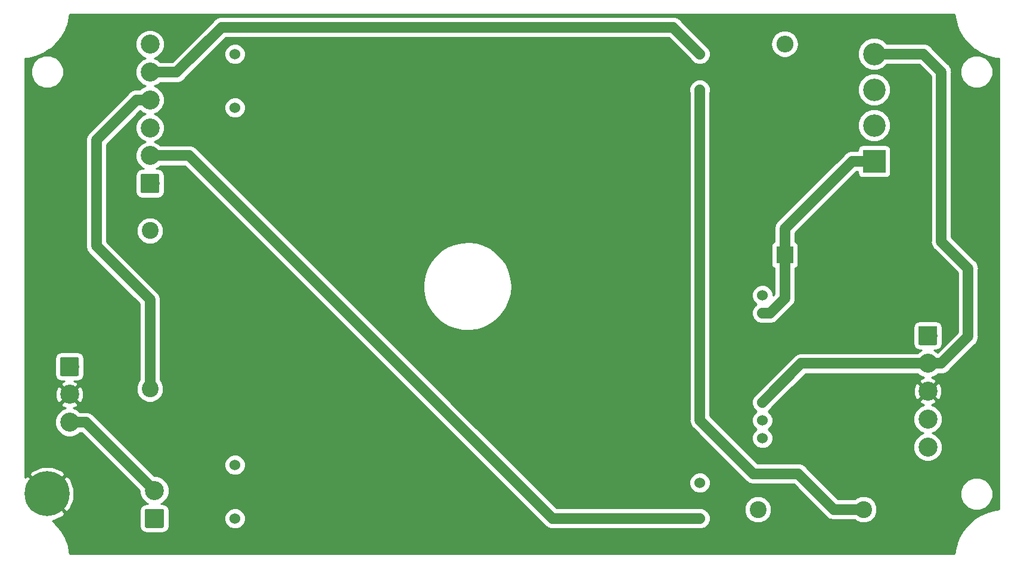
<source format=gbr>
G04 #@! TF.GenerationSoftware,KiCad,Pcbnew,(5.0.2)-1*
G04 #@! TF.CreationDate,2019-05-12T21:22:09-05:00*
G04 #@! TF.ProjectId,C64-Power-Supply,4336342d-506f-4776-9572-2d537570706c,0.1*
G04 #@! TF.SameCoordinates,Original*
G04 #@! TF.FileFunction,Copper,L2,Bot*
G04 #@! TF.FilePolarity,Positive*
%FSLAX46Y46*%
G04 Gerber Fmt 4.6, Leading zero omitted, Abs format (unit mm)*
G04 Created by KiCad (PCBNEW (5.0.2)-1) date 5/12/2019 9:22:09 PM*
%MOMM*%
%LPD*%
G01*
G04 APERTURE LIST*
G04 #@! TA.AperFunction,Conductor*
%ADD10C,0.100000*%
G04 #@! TD*
G04 #@! TA.AperFunction,ComponentPad*
%ADD11C,2.700000*%
G04 #@! TD*
G04 #@! TA.AperFunction,ComponentPad*
%ADD12C,2.400000*%
G04 #@! TD*
G04 #@! TA.AperFunction,ComponentPad*
%ADD13R,2.400000X2.400000*%
G04 #@! TD*
G04 #@! TA.AperFunction,ComponentPad*
%ADD14O,2.400000X2.400000*%
G04 #@! TD*
G04 #@! TA.AperFunction,ComponentPad*
%ADD15C,3.200000*%
G04 #@! TD*
G04 #@! TA.AperFunction,ComponentPad*
%ADD16R,3.200000X3.200000*%
G04 #@! TD*
G04 #@! TA.AperFunction,ComponentPad*
%ADD17C,6.400000*%
G04 #@! TD*
G04 #@! TA.AperFunction,ComponentPad*
%ADD18C,1.524000*%
G04 #@! TD*
G04 #@! TA.AperFunction,ViaPad*
%ADD19C,0.800000*%
G04 #@! TD*
G04 #@! TA.AperFunction,Conductor*
%ADD20C,1.500000*%
G04 #@! TD*
G04 #@! TA.AperFunction,Conductor*
%ADD21C,0.254000*%
G04 #@! TD*
G04 APERTURE END LIST*
D10*
G04 #@! TO.N,Net-(C1-Pad2)*
G04 #@! TO.C,J1*
G36*
X84309503Y-98981204D02*
X84333772Y-98984804D01*
X84357570Y-98990765D01*
X84380670Y-98999030D01*
X84402849Y-99009520D01*
X84423892Y-99022133D01*
X84443598Y-99036748D01*
X84461776Y-99053224D01*
X84478252Y-99071402D01*
X84492867Y-99091108D01*
X84505480Y-99112151D01*
X84515970Y-99134330D01*
X84524235Y-99157430D01*
X84530196Y-99181228D01*
X84533796Y-99205497D01*
X84535000Y-99230001D01*
X84535000Y-101429999D01*
X84533796Y-101454503D01*
X84530196Y-101478772D01*
X84524235Y-101502570D01*
X84515970Y-101525670D01*
X84505480Y-101547849D01*
X84492867Y-101568892D01*
X84478252Y-101588598D01*
X84461776Y-101606776D01*
X84443598Y-101623252D01*
X84423892Y-101637867D01*
X84402849Y-101650480D01*
X84380670Y-101660970D01*
X84357570Y-101669235D01*
X84333772Y-101675196D01*
X84309503Y-101678796D01*
X84284999Y-101680000D01*
X82085001Y-101680000D01*
X82060497Y-101678796D01*
X82036228Y-101675196D01*
X82012430Y-101669235D01*
X81989330Y-101660970D01*
X81967151Y-101650480D01*
X81946108Y-101637867D01*
X81926402Y-101623252D01*
X81908224Y-101606776D01*
X81891748Y-101588598D01*
X81877133Y-101568892D01*
X81864520Y-101547849D01*
X81854030Y-101525670D01*
X81845765Y-101502570D01*
X81839804Y-101478772D01*
X81836204Y-101454503D01*
X81835000Y-101429999D01*
X81835000Y-99230001D01*
X81836204Y-99205497D01*
X81839804Y-99181228D01*
X81845765Y-99157430D01*
X81854030Y-99134330D01*
X81864520Y-99112151D01*
X81877133Y-99091108D01*
X81891748Y-99071402D01*
X81908224Y-99053224D01*
X81926402Y-99036748D01*
X81946108Y-99022133D01*
X81967151Y-99009520D01*
X81989330Y-98999030D01*
X82012430Y-98990765D01*
X82036228Y-98984804D01*
X82060497Y-98981204D01*
X82085001Y-98980000D01*
X84284999Y-98980000D01*
X84309503Y-98981204D01*
X84309503Y-98981204D01*
G37*
D11*
G04 #@! TD*
G04 #@! TO.P,J1,1*
G04 #@! TO.N,Net-(C1-Pad2)*
X83185000Y-100330000D03*
G04 #@! TO.P,J1,2*
G04 #@! TO.N,Earth*
X83185000Y-104290000D03*
G04 #@! TO.P,J1,3*
G04 #@! TO.N,Net-(F1-Pad2)*
X83185000Y-108250000D03*
G04 #@! TD*
D12*
G04 #@! TO.P,C1,1*
G04 #@! TO.N,Net-(C1-Pad1)*
X94615000Y-103505000D03*
G04 #@! TO.P,C1,2*
G04 #@! TO.N,Net-(C1-Pad2)*
X94615000Y-81005000D03*
G04 #@! TD*
D13*
G04 #@! TO.P,C2,1*
G04 #@! TO.N,Net-(C2-Pad1)*
X184785000Y-84455000D03*
D14*
G04 #@! TO.P,C2,2*
G04 #@! TO.N,Net-(C2-Pad2)*
X184785000Y-54455000D03*
G04 #@! TD*
D15*
G04 #@! TO.P,D1,4*
G04 #@! TO.N,Net-(C2-Pad2)*
X197485000Y-55880000D03*
G04 #@! TO.P,D1,3*
G04 #@! TO.N,Net-(D1-Pad3)*
X197485000Y-60960000D03*
G04 #@! TO.P,D1,2*
G04 #@! TO.N,Net-(D1-Pad2)*
X197485000Y-66040000D03*
D16*
G04 #@! TO.P,D1,1*
G04 #@! TO.N,Net-(C2-Pad1)*
X197485000Y-71120000D03*
G04 #@! TD*
D10*
G04 #@! TO.N,Net-(C1-Pad1)*
G04 #@! TO.C,F1*
G36*
X96374503Y-120571204D02*
X96398772Y-120574804D01*
X96422570Y-120580765D01*
X96445670Y-120589030D01*
X96467849Y-120599520D01*
X96488892Y-120612133D01*
X96508598Y-120626748D01*
X96526776Y-120643224D01*
X96543252Y-120661402D01*
X96557867Y-120681108D01*
X96570480Y-120702151D01*
X96580970Y-120724330D01*
X96589235Y-120747430D01*
X96595196Y-120771228D01*
X96598796Y-120795497D01*
X96600000Y-120820001D01*
X96600000Y-123019999D01*
X96598796Y-123044503D01*
X96595196Y-123068772D01*
X96589235Y-123092570D01*
X96580970Y-123115670D01*
X96570480Y-123137849D01*
X96557867Y-123158892D01*
X96543252Y-123178598D01*
X96526776Y-123196776D01*
X96508598Y-123213252D01*
X96488892Y-123227867D01*
X96467849Y-123240480D01*
X96445670Y-123250970D01*
X96422570Y-123259235D01*
X96398772Y-123265196D01*
X96374503Y-123268796D01*
X96349999Y-123270000D01*
X94150001Y-123270000D01*
X94125497Y-123268796D01*
X94101228Y-123265196D01*
X94077430Y-123259235D01*
X94054330Y-123250970D01*
X94032151Y-123240480D01*
X94011108Y-123227867D01*
X93991402Y-123213252D01*
X93973224Y-123196776D01*
X93956748Y-123178598D01*
X93942133Y-123158892D01*
X93929520Y-123137849D01*
X93919030Y-123115670D01*
X93910765Y-123092570D01*
X93904804Y-123068772D01*
X93901204Y-123044503D01*
X93900000Y-123019999D01*
X93900000Y-120820001D01*
X93901204Y-120795497D01*
X93904804Y-120771228D01*
X93910765Y-120747430D01*
X93919030Y-120724330D01*
X93929520Y-120702151D01*
X93942133Y-120681108D01*
X93956748Y-120661402D01*
X93973224Y-120643224D01*
X93991402Y-120626748D01*
X94011108Y-120612133D01*
X94032151Y-120599520D01*
X94054330Y-120589030D01*
X94077430Y-120580765D01*
X94101228Y-120574804D01*
X94125497Y-120571204D01*
X94150001Y-120570000D01*
X96349999Y-120570000D01*
X96374503Y-120571204D01*
X96374503Y-120571204D01*
G37*
D11*
G04 #@! TD*
G04 #@! TO.P,F1,1*
G04 #@! TO.N,Net-(C1-Pad1)*
X95250000Y-121920000D03*
G04 #@! TO.P,F1,2*
G04 #@! TO.N,Net-(F1-Pad2)*
X95250000Y-117960000D03*
G04 #@! TD*
D10*
G04 #@! TO.N,Net-(J2-Pad1)*
G04 #@! TO.C,J2*
G36*
X95739503Y-72946204D02*
X95763772Y-72949804D01*
X95787570Y-72955765D01*
X95810670Y-72964030D01*
X95832849Y-72974520D01*
X95853892Y-72987133D01*
X95873598Y-73001748D01*
X95891776Y-73018224D01*
X95908252Y-73036402D01*
X95922867Y-73056108D01*
X95935480Y-73077151D01*
X95945970Y-73099330D01*
X95954235Y-73122430D01*
X95960196Y-73146228D01*
X95963796Y-73170497D01*
X95965000Y-73195001D01*
X95965000Y-75394999D01*
X95963796Y-75419503D01*
X95960196Y-75443772D01*
X95954235Y-75467570D01*
X95945970Y-75490670D01*
X95935480Y-75512849D01*
X95922867Y-75533892D01*
X95908252Y-75553598D01*
X95891776Y-75571776D01*
X95873598Y-75588252D01*
X95853892Y-75602867D01*
X95832849Y-75615480D01*
X95810670Y-75625970D01*
X95787570Y-75634235D01*
X95763772Y-75640196D01*
X95739503Y-75643796D01*
X95714999Y-75645000D01*
X93515001Y-75645000D01*
X93490497Y-75643796D01*
X93466228Y-75640196D01*
X93442430Y-75634235D01*
X93419330Y-75625970D01*
X93397151Y-75615480D01*
X93376108Y-75602867D01*
X93356402Y-75588252D01*
X93338224Y-75571776D01*
X93321748Y-75553598D01*
X93307133Y-75533892D01*
X93294520Y-75512849D01*
X93284030Y-75490670D01*
X93275765Y-75467570D01*
X93269804Y-75443772D01*
X93266204Y-75419503D01*
X93265000Y-75394999D01*
X93265000Y-73195001D01*
X93266204Y-73170497D01*
X93269804Y-73146228D01*
X93275765Y-73122430D01*
X93284030Y-73099330D01*
X93294520Y-73077151D01*
X93307133Y-73056108D01*
X93321748Y-73036402D01*
X93338224Y-73018224D01*
X93356402Y-73001748D01*
X93376108Y-72987133D01*
X93397151Y-72974520D01*
X93419330Y-72964030D01*
X93442430Y-72955765D01*
X93466228Y-72949804D01*
X93490497Y-72946204D01*
X93515001Y-72945000D01*
X95714999Y-72945000D01*
X95739503Y-72946204D01*
X95739503Y-72946204D01*
G37*
D11*
G04 #@! TD*
G04 #@! TO.P,J2,1*
G04 #@! TO.N,Net-(J2-Pad1)*
X94615000Y-74295000D03*
G04 #@! TO.P,J2,2*
G04 #@! TO.N,Net-(J2-Pad2)*
X94615000Y-70335000D03*
G04 #@! TO.P,J2,3*
G04 #@! TO.N,Net-(C1-Pad2)*
X94615000Y-66375000D03*
G04 #@! TO.P,J2,4*
G04 #@! TO.N,Net-(C1-Pad1)*
X94615000Y-62415000D03*
G04 #@! TO.P,J2,5*
G04 #@! TO.N,Net-(J2-Pad5)*
X94615000Y-58455000D03*
G04 #@! TO.P,J2,6*
G04 #@! TO.N,Net-(J2-Pad1)*
X94615000Y-54495000D03*
G04 #@! TD*
D17*
G04 #@! TO.P,H4,1*
G04 #@! TO.N,Earth*
X80010000Y-118420000D03*
G04 #@! TD*
D10*
G04 #@! TO.N,Net-(J3-Pad1)*
G04 #@! TO.C,J3*
G36*
X206229503Y-94571204D02*
X206253772Y-94574804D01*
X206277570Y-94580765D01*
X206300670Y-94589030D01*
X206322849Y-94599520D01*
X206343892Y-94612133D01*
X206363598Y-94626748D01*
X206381776Y-94643224D01*
X206398252Y-94661402D01*
X206412867Y-94681108D01*
X206425480Y-94702151D01*
X206435970Y-94724330D01*
X206444235Y-94747430D01*
X206450196Y-94771228D01*
X206453796Y-94795497D01*
X206455000Y-94820001D01*
X206455000Y-97019999D01*
X206453796Y-97044503D01*
X206450196Y-97068772D01*
X206444235Y-97092570D01*
X206435970Y-97115670D01*
X206425480Y-97137849D01*
X206412867Y-97158892D01*
X206398252Y-97178598D01*
X206381776Y-97196776D01*
X206363598Y-97213252D01*
X206343892Y-97227867D01*
X206322849Y-97240480D01*
X206300670Y-97250970D01*
X206277570Y-97259235D01*
X206253772Y-97265196D01*
X206229503Y-97268796D01*
X206204999Y-97270000D01*
X204005001Y-97270000D01*
X203980497Y-97268796D01*
X203956228Y-97265196D01*
X203932430Y-97259235D01*
X203909330Y-97250970D01*
X203887151Y-97240480D01*
X203866108Y-97227867D01*
X203846402Y-97213252D01*
X203828224Y-97196776D01*
X203811748Y-97178598D01*
X203797133Y-97158892D01*
X203784520Y-97137849D01*
X203774030Y-97115670D01*
X203765765Y-97092570D01*
X203759804Y-97068772D01*
X203756204Y-97044503D01*
X203755000Y-97019999D01*
X203755000Y-94820001D01*
X203756204Y-94795497D01*
X203759804Y-94771228D01*
X203765765Y-94747430D01*
X203774030Y-94724330D01*
X203784520Y-94702151D01*
X203797133Y-94681108D01*
X203811748Y-94661402D01*
X203828224Y-94643224D01*
X203846402Y-94626748D01*
X203866108Y-94612133D01*
X203887151Y-94599520D01*
X203909330Y-94589030D01*
X203932430Y-94580765D01*
X203956228Y-94574804D01*
X203980497Y-94571204D01*
X204005001Y-94570000D01*
X206204999Y-94570000D01*
X206229503Y-94571204D01*
X206229503Y-94571204D01*
G37*
D11*
G04 #@! TD*
G04 #@! TO.P,J3,1*
G04 #@! TO.N,Net-(J3-Pad1)*
X205105000Y-95920000D03*
G04 #@! TO.P,J3,2*
G04 #@! TO.N,Net-(C2-Pad2)*
X205105000Y-99880000D03*
G04 #@! TO.P,J3,3*
G04 #@! TO.N,Earth*
X205105000Y-103840000D03*
G04 #@! TO.P,J3,4*
G04 #@! TO.N,Net-(C3-Pad1)*
X205105000Y-107800000D03*
G04 #@! TO.P,J3,5*
G04 #@! TO.N,Net-(C3-Pad2)*
X205105000Y-111760000D03*
G04 #@! TD*
D12*
G04 #@! TO.P,C3,1*
G04 #@! TO.N,Net-(C3-Pad1)*
X180975000Y-120650000D03*
G04 #@! TO.P,C3,2*
G04 #@! TO.N,Net-(C3-Pad2)*
X195975000Y-120650000D03*
G04 #@! TD*
D18*
G04 #@! TO.P,U1,1*
G04 #@! TO.N,Net-(J3-Pad1)*
X181610000Y-110490000D03*
G04 #@! TO.P,U1,2*
G04 #@! TO.N,Net-(R2-Pad1)*
X181610000Y-107950000D03*
G04 #@! TO.P,U1,3*
G04 #@! TO.N,Net-(C2-Pad2)*
X181610000Y-105410000D03*
G04 #@! TO.P,U1,4*
G04 #@! TO.N,Net-(C2-Pad1)*
X181610000Y-92710000D03*
G04 #@! TO.P,U1,5*
G04 #@! TO.N,Net-(TP1-Pad1)*
X181610000Y-90170000D03*
G04 #@! TD*
G04 #@! TO.P,T1,1*
G04 #@! TO.N,Net-(C1-Pad1)*
X106680000Y-121920000D03*
G04 #@! TO.P,T1,2*
G04 #@! TO.N,Net-(J2-Pad2)*
X172720000Y-121920000D03*
G04 #@! TO.P,T1,3*
G04 #@! TO.N,Net-(J2-Pad5)*
X172720000Y-55880000D03*
G04 #@! TO.P,T1,4*
G04 #@! TO.N,Net-(C1-Pad2)*
X106680000Y-55880000D03*
G04 #@! TO.P,T1,5*
G04 #@! TO.N,Net-(D1-Pad2)*
X106680000Y-114300000D03*
G04 #@! TO.P,T1,6*
G04 #@! TO.N,Net-(D1-Pad3)*
X106680000Y-63500000D03*
G04 #@! TO.P,T1,7*
G04 #@! TO.N,Net-(C3-Pad1)*
X172720000Y-116840000D03*
G04 #@! TO.P,T1,8*
G04 #@! TO.N,Net-(C3-Pad2)*
X172720000Y-60960000D03*
G04 #@! TD*
D19*
G04 #@! TO.N,Earth*
X123190000Y-99060000D03*
X129540000Y-93980000D03*
X89535000Y-100330000D03*
X168910000Y-92710000D03*
X177800000Y-92710000D03*
G04 #@! TD*
D20*
G04 #@! TO.N,Net-(C1-Pad1)*
X94615000Y-103505000D02*
X94615000Y-90805000D01*
X94615000Y-90805000D02*
X86995000Y-83185000D01*
X86995000Y-68125812D02*
X86995000Y-83185000D01*
X92705812Y-62415000D02*
X86995000Y-68125812D01*
X94615000Y-62415000D02*
X92705812Y-62415000D01*
G04 #@! TO.N,Net-(C2-Pad1)*
X184785000Y-81755000D02*
X184785000Y-84455000D01*
X184785000Y-80720000D02*
X184785000Y-81755000D01*
X194385000Y-71120000D02*
X184785000Y-80720000D01*
X197485000Y-71120000D02*
X194385000Y-71120000D01*
X182687630Y-92710000D02*
X181610000Y-92710000D01*
X184785000Y-90612630D02*
X182687630Y-92710000D01*
X184785000Y-84455000D02*
X184785000Y-90612630D01*
G04 #@! TO.N,Net-(C2-Pad2)*
X197485000Y-55880000D02*
X204470000Y-55880000D01*
X204470000Y-55880000D02*
X207010000Y-58420000D01*
X207010000Y-58420000D02*
X207010000Y-82550000D01*
X207010000Y-82550000D02*
X210820000Y-86360000D01*
X207014188Y-99880000D02*
X205105000Y-99880000D01*
X210820000Y-96074188D02*
X207014188Y-99880000D01*
X210820000Y-86360000D02*
X210820000Y-96074188D01*
X187140000Y-99880000D02*
X181610000Y-105410000D01*
X205105000Y-99880000D02*
X187140000Y-99880000D01*
G04 #@! TO.N,Net-(C3-Pad2)*
X172720000Y-107950000D02*
X172720000Y-60960000D01*
X180340000Y-115570000D02*
X172720000Y-107950000D01*
X186690000Y-115570000D02*
X180340000Y-115570000D01*
X195975000Y-120650000D02*
X191770000Y-120650000D01*
X191770000Y-120650000D02*
X186690000Y-115570000D01*
G04 #@! TO.N,Net-(F1-Pad2)*
X85540000Y-108250000D02*
X95250000Y-117960000D01*
X83185000Y-108250000D02*
X85540000Y-108250000D01*
G04 #@! TO.N,Net-(J2-Pad2)*
X94615000Y-70335000D02*
X100180000Y-70335000D01*
X100180000Y-70335000D02*
X151765000Y-121920000D01*
X151765000Y-121920000D02*
X172720000Y-121920000D01*
G04 #@! TO.N,Net-(J2-Pad5)*
X94615000Y-58455000D02*
X98390000Y-58455000D01*
X98390000Y-58455000D02*
X104775000Y-52070000D01*
X168910000Y-52070000D02*
X172720000Y-55880000D01*
X104775000Y-52070000D02*
X168910000Y-52070000D01*
G04 #@! TD*
D21*
G04 #@! TO.N,Earth*
G36*
X208920368Y-50579065D02*
X208937796Y-50689105D01*
X209170408Y-51658002D01*
X209170408Y-51658005D01*
X209204837Y-51763964D01*
X209586155Y-52684545D01*
X209586155Y-52684546D01*
X209636734Y-52783814D01*
X210157368Y-53633410D01*
X210222853Y-53723544D01*
X210222860Y-53723551D01*
X210869979Y-54481230D01*
X210869984Y-54481237D01*
X210909374Y-54520626D01*
X210948763Y-54560016D01*
X210948770Y-54560021D01*
X211706449Y-55207140D01*
X211706456Y-55207147D01*
X211796590Y-55272633D01*
X212646186Y-55793266D01*
X212745455Y-55843846D01*
X212745462Y-55843848D01*
X213666027Y-56225159D01*
X213666037Y-56225164D01*
X213745472Y-56250974D01*
X213771995Y-56259592D01*
X213771998Y-56259592D01*
X214740894Y-56492204D01*
X214850934Y-56509632D01*
X214850935Y-56509632D01*
X215190001Y-56536317D01*
X215190000Y-120628683D01*
X214850935Y-120655368D01*
X214850934Y-120655368D01*
X214740894Y-120672796D01*
X213771998Y-120905408D01*
X213771995Y-120905408D01*
X213746010Y-120913851D01*
X213666037Y-120939836D01*
X213666027Y-120939841D01*
X212745462Y-121321152D01*
X212745455Y-121321154D01*
X212646186Y-121371734D01*
X211796590Y-121892367D01*
X211706456Y-121957853D01*
X211706449Y-121957860D01*
X210948770Y-122604979D01*
X210948763Y-122604984D01*
X210909374Y-122644374D01*
X210869984Y-122683763D01*
X210869979Y-122683770D01*
X210222860Y-123441449D01*
X210222853Y-123441456D01*
X210157368Y-123531590D01*
X209636734Y-124381186D01*
X209586155Y-124480454D01*
X209204837Y-125401036D01*
X209204836Y-125401038D01*
X209170408Y-125506996D01*
X208937796Y-126475894D01*
X208937796Y-126475895D01*
X208920368Y-126585935D01*
X208893683Y-126925000D01*
X83206317Y-126925000D01*
X83179632Y-126585935D01*
X83162204Y-126475895D01*
X83162204Y-126475894D01*
X82929592Y-125506996D01*
X82895164Y-125401037D01*
X82895159Y-125401027D01*
X82513848Y-124480462D01*
X82513846Y-124480455D01*
X82463266Y-124381186D01*
X81942633Y-123531590D01*
X81877147Y-123441456D01*
X81877140Y-123441449D01*
X81230021Y-122683770D01*
X81230016Y-122683763D01*
X81190626Y-122644374D01*
X81151237Y-122604984D01*
X81151230Y-122604979D01*
X80747213Y-122259916D01*
X82160246Y-121685819D01*
X82204360Y-121656343D01*
X82571305Y-121160910D01*
X80010000Y-118599605D01*
X79995858Y-118613748D01*
X79816253Y-118434143D01*
X79830395Y-118420000D01*
X80189605Y-118420000D01*
X82750910Y-120981305D01*
X83246343Y-120614360D01*
X83839736Y-119208829D01*
X83850087Y-117683207D01*
X83275819Y-116269754D01*
X83246343Y-116225640D01*
X82750910Y-115858695D01*
X80189605Y-118420000D01*
X79830395Y-118420000D01*
X77269090Y-115858695D01*
X76910000Y-116124657D01*
X76910000Y-115679090D01*
X77448695Y-115679090D01*
X80010000Y-118240395D01*
X82571305Y-115679090D01*
X82204360Y-115183657D01*
X80798829Y-114590264D01*
X79273207Y-114579913D01*
X77859754Y-115154181D01*
X77815640Y-115183657D01*
X77448695Y-115679090D01*
X76910000Y-115679090D01*
X76910000Y-107836859D01*
X81108000Y-107836859D01*
X81108000Y-108663141D01*
X81424204Y-109426526D01*
X82008474Y-110010796D01*
X82771859Y-110327000D01*
X83598141Y-110327000D01*
X84361526Y-110010796D01*
X84645322Y-109727000D01*
X84928207Y-109727000D01*
X93173000Y-117971793D01*
X93173000Y-118373141D01*
X93489204Y-119136526D01*
X94073474Y-119720796D01*
X94334118Y-119828758D01*
X94150001Y-119828758D01*
X93770669Y-119904212D01*
X93449086Y-120119086D01*
X93234212Y-120440669D01*
X93158758Y-120820001D01*
X93158758Y-123019999D01*
X93234212Y-123399331D01*
X93449086Y-123720914D01*
X93770669Y-123935788D01*
X94150001Y-124011242D01*
X96349999Y-124011242D01*
X96729331Y-123935788D01*
X97050914Y-123720914D01*
X97265788Y-123399331D01*
X97341242Y-123019999D01*
X97341242Y-121623820D01*
X105191000Y-121623820D01*
X105191000Y-122216180D01*
X105417687Y-122763451D01*
X105836549Y-123182313D01*
X106383820Y-123409000D01*
X106976180Y-123409000D01*
X107523451Y-123182313D01*
X107942313Y-122763451D01*
X108169000Y-122216180D01*
X108169000Y-121623820D01*
X107942313Y-121076549D01*
X107523451Y-120657687D01*
X106976180Y-120431000D01*
X106383820Y-120431000D01*
X105836549Y-120657687D01*
X105417687Y-121076549D01*
X105191000Y-121623820D01*
X97341242Y-121623820D01*
X97341242Y-120820001D01*
X97265788Y-120440669D01*
X97050914Y-120119086D01*
X96729331Y-119904212D01*
X96349999Y-119828758D01*
X96165882Y-119828758D01*
X96426526Y-119720796D01*
X97010796Y-119136526D01*
X97327000Y-118373141D01*
X97327000Y-117546859D01*
X97010796Y-116783474D01*
X96426526Y-116199204D01*
X95663141Y-115883000D01*
X95261793Y-115883000D01*
X93382613Y-114003820D01*
X105191000Y-114003820D01*
X105191000Y-114596180D01*
X105417687Y-115143451D01*
X105836549Y-115562313D01*
X106383820Y-115789000D01*
X106976180Y-115789000D01*
X107523451Y-115562313D01*
X107942313Y-115143451D01*
X108169000Y-114596180D01*
X108169000Y-114003820D01*
X107942313Y-113456549D01*
X107523451Y-113037687D01*
X106976180Y-112811000D01*
X106383820Y-112811000D01*
X105836549Y-113037687D01*
X105417687Y-113456549D01*
X105191000Y-114003820D01*
X93382613Y-114003820D01*
X86687263Y-107308470D01*
X86604858Y-107185142D01*
X86116297Y-106858697D01*
X85685471Y-106773000D01*
X85685470Y-106773000D01*
X85540000Y-106744064D01*
X85394530Y-106773000D01*
X84645322Y-106773000D01*
X84361526Y-106489204D01*
X83723531Y-106224938D01*
X84269522Y-105998782D01*
X84410988Y-105695593D01*
X83185000Y-104469605D01*
X81959012Y-105695593D01*
X82100478Y-105998782D01*
X82665072Y-106217233D01*
X82008474Y-106489204D01*
X81424204Y-107073474D01*
X81108000Y-107836859D01*
X76910000Y-107836859D01*
X76910000Y-103941955D01*
X81191263Y-103941955D01*
X81209836Y-104731418D01*
X81476218Y-105374522D01*
X81779407Y-105515988D01*
X83005395Y-104290000D01*
X83364605Y-104290000D01*
X84590593Y-105515988D01*
X84893782Y-105374522D01*
X85178737Y-104638045D01*
X85160164Y-103848582D01*
X84893782Y-103205478D01*
X84590593Y-103064012D01*
X83364605Y-104290000D01*
X83005395Y-104290000D01*
X81779407Y-103064012D01*
X81476218Y-103205478D01*
X81191263Y-103941955D01*
X76910000Y-103941955D01*
X76910000Y-99230001D01*
X81093758Y-99230001D01*
X81093758Y-101429999D01*
X81169212Y-101809331D01*
X81384086Y-102130914D01*
X81705669Y-102345788D01*
X82085001Y-102421242D01*
X82486695Y-102421242D01*
X82100478Y-102581218D01*
X81959012Y-102884407D01*
X83185000Y-104110395D01*
X84410988Y-102884407D01*
X84269522Y-102581218D01*
X83856058Y-102421242D01*
X84284999Y-102421242D01*
X84664331Y-102345788D01*
X84985914Y-102130914D01*
X85200788Y-101809331D01*
X85276242Y-101429999D01*
X85276242Y-99230001D01*
X85200788Y-98850669D01*
X84985914Y-98529086D01*
X84664331Y-98314212D01*
X84284999Y-98238758D01*
X82085001Y-98238758D01*
X81705669Y-98314212D01*
X81384086Y-98529086D01*
X81169212Y-98850669D01*
X81093758Y-99230001D01*
X76910000Y-99230001D01*
X76910000Y-68125812D01*
X85489064Y-68125812D01*
X85518000Y-68271282D01*
X85518001Y-83039525D01*
X85489064Y-83185000D01*
X85603697Y-83761296D01*
X85822395Y-84088601D01*
X85930143Y-84249858D01*
X86053468Y-84332261D01*
X93138001Y-91416795D01*
X93138000Y-102256810D01*
X92981368Y-102413442D01*
X92688000Y-103121696D01*
X92688000Y-103888304D01*
X92981368Y-104596558D01*
X93523442Y-105138632D01*
X94231696Y-105432000D01*
X94998304Y-105432000D01*
X95706558Y-105138632D01*
X96248632Y-104596558D01*
X96542000Y-103888304D01*
X96542000Y-103121696D01*
X96248632Y-102413442D01*
X96092000Y-102256810D01*
X96092000Y-90950470D01*
X96120936Y-90804999D01*
X96006303Y-90228703D01*
X95907007Y-90080095D01*
X95679858Y-89740142D01*
X95556533Y-89657739D01*
X88472000Y-82573207D01*
X88472000Y-80621696D01*
X92688000Y-80621696D01*
X92688000Y-81388304D01*
X92981368Y-82096558D01*
X93523442Y-82638632D01*
X94231696Y-82932000D01*
X94998304Y-82932000D01*
X95706558Y-82638632D01*
X96248632Y-82096558D01*
X96542000Y-81388304D01*
X96542000Y-80621696D01*
X96248632Y-79913442D01*
X95706558Y-79371368D01*
X94998304Y-79078000D01*
X94231696Y-79078000D01*
X93523442Y-79371368D01*
X92981368Y-79913442D01*
X92688000Y-80621696D01*
X88472000Y-80621696D01*
X88472000Y-68737605D01*
X93236142Y-63973464D01*
X93438474Y-64175796D01*
X93967680Y-64395000D01*
X93438474Y-64614204D01*
X92854204Y-65198474D01*
X92538000Y-65961859D01*
X92538000Y-66788141D01*
X92854204Y-67551526D01*
X93438474Y-68135796D01*
X93967680Y-68355000D01*
X93438474Y-68574204D01*
X92854204Y-69158474D01*
X92538000Y-69921859D01*
X92538000Y-70748141D01*
X92854204Y-71511526D01*
X93438474Y-72095796D01*
X93699118Y-72203758D01*
X93515001Y-72203758D01*
X93135669Y-72279212D01*
X92814086Y-72494086D01*
X92599212Y-72815669D01*
X92523758Y-73195001D01*
X92523758Y-75394999D01*
X92599212Y-75774331D01*
X92814086Y-76095914D01*
X93135669Y-76310788D01*
X93515001Y-76386242D01*
X95714999Y-76386242D01*
X96094331Y-76310788D01*
X96415914Y-76095914D01*
X96630788Y-75774331D01*
X96706242Y-75394999D01*
X96706242Y-73195001D01*
X96630788Y-72815669D01*
X96415914Y-72494086D01*
X96094331Y-72279212D01*
X95714999Y-72203758D01*
X95530882Y-72203758D01*
X95791526Y-72095796D01*
X96075322Y-71812000D01*
X99568207Y-71812000D01*
X150617737Y-122861530D01*
X150700142Y-122984858D01*
X151188703Y-123311303D01*
X151619529Y-123397000D01*
X151619530Y-123397000D01*
X151765000Y-123425936D01*
X151910470Y-123397000D01*
X172394849Y-123397000D01*
X172423820Y-123409000D01*
X173016180Y-123409000D01*
X173211154Y-123328239D01*
X173296297Y-123311303D01*
X173368478Y-123263074D01*
X173563451Y-123182313D01*
X173712675Y-123033089D01*
X173784858Y-122984858D01*
X173833089Y-122912675D01*
X173982313Y-122763451D01*
X174063074Y-122568478D01*
X174111303Y-122496297D01*
X174128239Y-122411154D01*
X174209000Y-122216180D01*
X174209000Y-122005143D01*
X174225936Y-121920000D01*
X174209000Y-121834857D01*
X174209000Y-121623820D01*
X174128239Y-121428846D01*
X174111303Y-121343703D01*
X174063074Y-121271522D01*
X173982313Y-121076549D01*
X173833089Y-120927325D01*
X173784858Y-120855142D01*
X173712675Y-120806911D01*
X173563451Y-120657687D01*
X173368478Y-120576926D01*
X173296297Y-120528697D01*
X173211154Y-120511761D01*
X173016180Y-120431000D01*
X172423820Y-120431000D01*
X172394849Y-120443000D01*
X152376793Y-120443000D01*
X152200489Y-120266696D01*
X179048000Y-120266696D01*
X179048000Y-121033304D01*
X179341368Y-121741558D01*
X179883442Y-122283632D01*
X180591696Y-122577000D01*
X181358304Y-122577000D01*
X182066558Y-122283632D01*
X182608632Y-121741558D01*
X182902000Y-121033304D01*
X182902000Y-120266696D01*
X182608632Y-119558442D01*
X182066558Y-119016368D01*
X181358304Y-118723000D01*
X180591696Y-118723000D01*
X179883442Y-119016368D01*
X179341368Y-119558442D01*
X179048000Y-120266696D01*
X152200489Y-120266696D01*
X148477613Y-116543820D01*
X171231000Y-116543820D01*
X171231000Y-117136180D01*
X171457687Y-117683451D01*
X171876549Y-118102313D01*
X172423820Y-118329000D01*
X173016180Y-118329000D01*
X173563451Y-118102313D01*
X173982313Y-117683451D01*
X174209000Y-117136180D01*
X174209000Y-116543820D01*
X173982313Y-115996549D01*
X173563451Y-115577687D01*
X173016180Y-115351000D01*
X172423820Y-115351000D01*
X171876549Y-115577687D01*
X171457687Y-115996549D01*
X171231000Y-116543820D01*
X148477613Y-116543820D01*
X139883793Y-107950000D01*
X171214064Y-107950000D01*
X171243000Y-108095470D01*
X171328697Y-108526296D01*
X171655142Y-109014858D01*
X171778470Y-109097263D01*
X179192739Y-116511533D01*
X179275142Y-116634858D01*
X179398466Y-116717260D01*
X179763703Y-116961303D01*
X180339999Y-117075936D01*
X180485470Y-117047000D01*
X186078207Y-117047000D01*
X190622739Y-121591533D01*
X190705142Y-121714858D01*
X191121129Y-121992811D01*
X191193703Y-122041303D01*
X191770000Y-122155936D01*
X191915470Y-122127000D01*
X194726810Y-122127000D01*
X194883442Y-122283632D01*
X195591696Y-122577000D01*
X196358304Y-122577000D01*
X197066558Y-122283632D01*
X197608632Y-121741558D01*
X197902000Y-121033304D01*
X197902000Y-120266696D01*
X197608632Y-119558442D01*
X197066558Y-119016368D01*
X196358304Y-118723000D01*
X195591696Y-118723000D01*
X194883442Y-119016368D01*
X194726810Y-119173000D01*
X192381794Y-119173000D01*
X191165925Y-117957131D01*
X209683000Y-117957131D01*
X209683000Y-118882869D01*
X210037264Y-119738140D01*
X210691860Y-120392736D01*
X211547131Y-120747000D01*
X212472869Y-120747000D01*
X213328140Y-120392736D01*
X213982736Y-119738140D01*
X214337000Y-118882869D01*
X214337000Y-117957131D01*
X213982736Y-117101860D01*
X213328140Y-116447264D01*
X212472869Y-116093000D01*
X211547131Y-116093000D01*
X210691860Y-116447264D01*
X210037264Y-117101860D01*
X209683000Y-117957131D01*
X191165925Y-117957131D01*
X187837263Y-114628470D01*
X187754858Y-114505142D01*
X187266297Y-114178697D01*
X186835471Y-114093000D01*
X186835470Y-114093000D01*
X186690000Y-114064064D01*
X186544530Y-114093000D01*
X180951794Y-114093000D01*
X174197000Y-107338207D01*
X174197000Y-105410000D01*
X180104064Y-105410000D01*
X180121000Y-105495143D01*
X180121000Y-105706180D01*
X180201761Y-105901155D01*
X180218697Y-105986296D01*
X180266925Y-106058474D01*
X180347687Y-106253451D01*
X180496916Y-106402680D01*
X180545143Y-106474857D01*
X180617320Y-106523084D01*
X180766549Y-106672313D01*
X180785107Y-106680000D01*
X180766549Y-106687687D01*
X180347687Y-107106549D01*
X180121000Y-107653820D01*
X180121000Y-108246180D01*
X180347687Y-108793451D01*
X180766549Y-109212313D01*
X180785107Y-109220000D01*
X180766549Y-109227687D01*
X180347687Y-109646549D01*
X180121000Y-110193820D01*
X180121000Y-110786180D01*
X180347687Y-111333451D01*
X180766549Y-111752313D01*
X181313820Y-111979000D01*
X181906180Y-111979000D01*
X182453451Y-111752313D01*
X182872313Y-111333451D01*
X183099000Y-110786180D01*
X183099000Y-110193820D01*
X182872313Y-109646549D01*
X182453451Y-109227687D01*
X182434893Y-109220000D01*
X182453451Y-109212313D01*
X182872313Y-108793451D01*
X183099000Y-108246180D01*
X183099000Y-107653820D01*
X182988422Y-107386859D01*
X203028000Y-107386859D01*
X203028000Y-108213141D01*
X203344204Y-108976526D01*
X203928474Y-109560796D01*
X204457680Y-109780000D01*
X203928474Y-109999204D01*
X203344204Y-110583474D01*
X203028000Y-111346859D01*
X203028000Y-112173141D01*
X203344204Y-112936526D01*
X203928474Y-113520796D01*
X204691859Y-113837000D01*
X205518141Y-113837000D01*
X206281526Y-113520796D01*
X206865796Y-112936526D01*
X207182000Y-112173141D01*
X207182000Y-111346859D01*
X206865796Y-110583474D01*
X206281526Y-109999204D01*
X205752320Y-109780000D01*
X206281526Y-109560796D01*
X206865796Y-108976526D01*
X207182000Y-108213141D01*
X207182000Y-107386859D01*
X206865796Y-106623474D01*
X206281526Y-106039204D01*
X205643531Y-105774938D01*
X206189522Y-105548782D01*
X206330988Y-105245593D01*
X205105000Y-104019605D01*
X203879012Y-105245593D01*
X204020478Y-105548782D01*
X204585072Y-105767233D01*
X203928474Y-106039204D01*
X203344204Y-106623474D01*
X203028000Y-107386859D01*
X182988422Y-107386859D01*
X182872313Y-107106549D01*
X182453451Y-106687687D01*
X182434893Y-106680000D01*
X182453451Y-106672313D01*
X182872313Y-106253451D01*
X182884313Y-106224480D01*
X185616838Y-103491955D01*
X203111263Y-103491955D01*
X203129836Y-104281418D01*
X203396218Y-104924522D01*
X203699407Y-105065988D01*
X204925395Y-103840000D01*
X205284605Y-103840000D01*
X206510593Y-105065988D01*
X206813782Y-104924522D01*
X207098737Y-104188045D01*
X207080164Y-103398582D01*
X206813782Y-102755478D01*
X206510593Y-102614012D01*
X205284605Y-103840000D01*
X204925395Y-103840000D01*
X203699407Y-102614012D01*
X203396218Y-102755478D01*
X203111263Y-103491955D01*
X185616838Y-103491955D01*
X187751794Y-101357000D01*
X203644678Y-101357000D01*
X203928474Y-101640796D01*
X204566469Y-101905062D01*
X204020478Y-102131218D01*
X203879012Y-102434407D01*
X205105000Y-103660395D01*
X206330988Y-102434407D01*
X206189522Y-102131218D01*
X205624928Y-101912767D01*
X206281526Y-101640796D01*
X206565322Y-101357000D01*
X206868718Y-101357000D01*
X207014188Y-101385936D01*
X207159658Y-101357000D01*
X207159659Y-101357000D01*
X207590485Y-101271303D01*
X208079046Y-100944858D01*
X208161451Y-100821531D01*
X211761533Y-97221449D01*
X211884858Y-97139046D01*
X212211303Y-96650485D01*
X212297000Y-96219659D01*
X212325936Y-96074188D01*
X212297000Y-95928718D01*
X212297000Y-86505470D01*
X212325936Y-86360000D01*
X212211303Y-85783703D01*
X212170021Y-85721920D01*
X211884858Y-85295142D01*
X211761531Y-85212738D01*
X208487000Y-81938207D01*
X208487000Y-58565468D01*
X208515936Y-58419999D01*
X208487000Y-58274529D01*
X208423866Y-57957131D01*
X209683000Y-57957131D01*
X209683000Y-58882869D01*
X210037264Y-59738140D01*
X210691860Y-60392736D01*
X211547131Y-60747000D01*
X212472869Y-60747000D01*
X213328140Y-60392736D01*
X213982736Y-59738140D01*
X214337000Y-58882869D01*
X214337000Y-57957131D01*
X213982736Y-57101860D01*
X213328140Y-56447264D01*
X212472869Y-56093000D01*
X211547131Y-56093000D01*
X210691860Y-56447264D01*
X210037264Y-57101860D01*
X209683000Y-57957131D01*
X208423866Y-57957131D01*
X208401303Y-57843703D01*
X208074858Y-57355142D01*
X207951531Y-57272738D01*
X205617263Y-54938470D01*
X205534858Y-54815142D01*
X205046297Y-54488697D01*
X204615471Y-54403000D01*
X204615470Y-54403000D01*
X204470000Y-54374064D01*
X204324530Y-54403000D01*
X199298876Y-54403000D01*
X198803140Y-53907264D01*
X197947869Y-53553000D01*
X197022131Y-53553000D01*
X196166860Y-53907264D01*
X195512264Y-54561860D01*
X195158000Y-55417131D01*
X195158000Y-56342869D01*
X195512264Y-57198140D01*
X196166860Y-57852736D01*
X197022131Y-58207000D01*
X197947869Y-58207000D01*
X198803140Y-57852736D01*
X199298876Y-57357000D01*
X203858207Y-57357000D01*
X205533000Y-59031793D01*
X205533001Y-82404525D01*
X205504064Y-82550000D01*
X205618697Y-83126296D01*
X205732000Y-83295866D01*
X205945143Y-83614858D01*
X206068468Y-83697261D01*
X209343000Y-86971793D01*
X209343001Y-95462393D01*
X206483858Y-98321536D01*
X206281526Y-98119204D01*
X206020882Y-98011242D01*
X206204999Y-98011242D01*
X206584331Y-97935788D01*
X206905914Y-97720914D01*
X207120788Y-97399331D01*
X207196242Y-97019999D01*
X207196242Y-94820001D01*
X207120788Y-94440669D01*
X206905914Y-94119086D01*
X206584331Y-93904212D01*
X206204999Y-93828758D01*
X204005001Y-93828758D01*
X203625669Y-93904212D01*
X203304086Y-94119086D01*
X203089212Y-94440669D01*
X203013758Y-94820001D01*
X203013758Y-97019999D01*
X203089212Y-97399331D01*
X203304086Y-97720914D01*
X203625669Y-97935788D01*
X204005001Y-98011242D01*
X204189118Y-98011242D01*
X203928474Y-98119204D01*
X203644678Y-98403000D01*
X187285470Y-98403000D01*
X187140000Y-98374064D01*
X186994529Y-98403000D01*
X186563703Y-98488697D01*
X186075142Y-98815142D01*
X185992739Y-98938467D01*
X180795520Y-104135687D01*
X180766549Y-104147687D01*
X180347687Y-104566549D01*
X180266925Y-104761525D01*
X180218697Y-104833704D01*
X180201761Y-104918845D01*
X180121000Y-105113820D01*
X180121000Y-105324857D01*
X180104064Y-105410000D01*
X174197000Y-105410000D01*
X174197000Y-92710000D01*
X180104064Y-92710000D01*
X180121000Y-92795143D01*
X180121000Y-93006180D01*
X180201761Y-93201154D01*
X180218697Y-93286297D01*
X180266926Y-93358478D01*
X180347687Y-93553451D01*
X180496911Y-93702675D01*
X180545142Y-93774858D01*
X180617325Y-93823089D01*
X180766549Y-93972313D01*
X180961522Y-94053074D01*
X181033703Y-94101303D01*
X181118846Y-94118239D01*
X181313820Y-94199000D01*
X181906180Y-94199000D01*
X181935151Y-94187000D01*
X182542160Y-94187000D01*
X182687630Y-94215936D01*
X182833100Y-94187000D01*
X182833101Y-94187000D01*
X183263927Y-94101303D01*
X183752488Y-93774858D01*
X183834892Y-93651531D01*
X185726533Y-91759891D01*
X185849858Y-91677488D01*
X186176303Y-91188927D01*
X186262000Y-90758101D01*
X186290936Y-90612631D01*
X186262000Y-90467160D01*
X186262000Y-86341143D01*
X186268661Y-86339818D01*
X186509137Y-86179137D01*
X186669818Y-85938661D01*
X186726242Y-85655000D01*
X186726242Y-83255000D01*
X186669818Y-82971339D01*
X186509137Y-82730863D01*
X186268661Y-82570182D01*
X186262000Y-82568857D01*
X186262000Y-81331793D01*
X194996794Y-72597000D01*
X195143758Y-72597000D01*
X195143758Y-72720000D01*
X195200182Y-73003661D01*
X195360863Y-73244137D01*
X195601339Y-73404818D01*
X195885000Y-73461242D01*
X199085000Y-73461242D01*
X199368661Y-73404818D01*
X199609137Y-73244137D01*
X199769818Y-73003661D01*
X199826242Y-72720000D01*
X199826242Y-69520000D01*
X199769818Y-69236339D01*
X199609137Y-68995863D01*
X199368661Y-68835182D01*
X199085000Y-68778758D01*
X195885000Y-68778758D01*
X195601339Y-68835182D01*
X195360863Y-68995863D01*
X195200182Y-69236339D01*
X195143758Y-69520000D01*
X195143758Y-69643000D01*
X194530470Y-69643000D01*
X194384999Y-69614064D01*
X194239529Y-69643000D01*
X193808703Y-69728697D01*
X193320142Y-70055142D01*
X193237739Y-70178467D01*
X183843470Y-79572737D01*
X183720142Y-79655142D01*
X183393698Y-80143703D01*
X183393697Y-80143704D01*
X183279064Y-80720000D01*
X183308000Y-80865470D01*
X183308000Y-82568857D01*
X183301339Y-82570182D01*
X183060863Y-82730863D01*
X182900182Y-82971339D01*
X182843758Y-83255000D01*
X182843758Y-85655000D01*
X182900182Y-85938661D01*
X183060863Y-86179137D01*
X183301339Y-86339818D01*
X183308000Y-86341143D01*
X183308001Y-90000835D01*
X183099000Y-90209836D01*
X183099000Y-89873820D01*
X182872313Y-89326549D01*
X182453451Y-88907687D01*
X181906180Y-88681000D01*
X181313820Y-88681000D01*
X180766549Y-88907687D01*
X180347687Y-89326549D01*
X180121000Y-89873820D01*
X180121000Y-90466180D01*
X180347687Y-91013451D01*
X180766549Y-91432313D01*
X180785107Y-91440000D01*
X180766549Y-91447687D01*
X180617325Y-91596911D01*
X180545142Y-91645142D01*
X180496911Y-91717325D01*
X180347687Y-91866549D01*
X180266926Y-92061522D01*
X180218697Y-92133703D01*
X180201761Y-92218846D01*
X180121000Y-92413820D01*
X180121000Y-92624857D01*
X180104064Y-92710000D01*
X174197000Y-92710000D01*
X174197000Y-65577131D01*
X195158000Y-65577131D01*
X195158000Y-66502869D01*
X195512264Y-67358140D01*
X196166860Y-68012736D01*
X197022131Y-68367000D01*
X197947869Y-68367000D01*
X198803140Y-68012736D01*
X199457736Y-67358140D01*
X199812000Y-66502869D01*
X199812000Y-65577131D01*
X199457736Y-64721860D01*
X198803140Y-64067264D01*
X197947869Y-63713000D01*
X197022131Y-63713000D01*
X196166860Y-64067264D01*
X195512264Y-64721860D01*
X195158000Y-65577131D01*
X174197000Y-65577131D01*
X174197000Y-61285151D01*
X174209000Y-61256180D01*
X174209000Y-60663820D01*
X174139956Y-60497131D01*
X195158000Y-60497131D01*
X195158000Y-61422869D01*
X195512264Y-62278140D01*
X196166860Y-62932736D01*
X197022131Y-63287000D01*
X197947869Y-63287000D01*
X198803140Y-62932736D01*
X199457736Y-62278140D01*
X199812000Y-61422869D01*
X199812000Y-60497131D01*
X199457736Y-59641860D01*
X198803140Y-58987264D01*
X197947869Y-58633000D01*
X197022131Y-58633000D01*
X196166860Y-58987264D01*
X195512264Y-59641860D01*
X195158000Y-60497131D01*
X174139956Y-60497131D01*
X174128239Y-60468846D01*
X174111303Y-60383703D01*
X174063074Y-60311522D01*
X173982313Y-60116549D01*
X173833089Y-59967325D01*
X173784858Y-59895142D01*
X173712675Y-59846911D01*
X173563451Y-59697687D01*
X173368478Y-59616926D01*
X173296297Y-59568697D01*
X173211154Y-59551761D01*
X173016180Y-59471000D01*
X172805143Y-59471000D01*
X172720000Y-59454064D01*
X172634857Y-59471000D01*
X172423820Y-59471000D01*
X172228845Y-59551761D01*
X172143704Y-59568697D01*
X172071525Y-59616925D01*
X171876549Y-59697687D01*
X171727323Y-59846913D01*
X171655143Y-59895142D01*
X171606914Y-59967322D01*
X171457687Y-60116549D01*
X171376925Y-60311526D01*
X171328698Y-60383703D01*
X171311763Y-60468841D01*
X171231000Y-60663820D01*
X171231000Y-61256180D01*
X171243001Y-61285153D01*
X171243000Y-107804530D01*
X171214064Y-107950000D01*
X139883793Y-107950000D01*
X120360077Y-88426284D01*
X133399784Y-88426284D01*
X133410040Y-89494576D01*
X133600144Y-90545867D01*
X133964662Y-91550098D01*
X134493171Y-92478555D01*
X135170559Y-93304689D01*
X135977457Y-94004880D01*
X136890795Y-94559107D01*
X137884456Y-94951523D01*
X138930029Y-95170907D01*
X139997619Y-95210986D01*
X141056698Y-95070615D01*
X142076985Y-94753808D01*
X143029307Y-94269622D01*
X143886433Y-93631902D01*
X144623857Y-92858883D01*
X145220493Y-91972667D01*
X145659281Y-90998594D01*
X145927675Y-89964516D01*
X146018000Y-88900000D01*
X146016836Y-88778711D01*
X145906091Y-87716125D01*
X145617895Y-86687390D01*
X145160488Y-85721920D01*
X144546949Y-84847321D01*
X143794822Y-84088601D01*
X142925610Y-83467453D01*
X141964169Y-83001639D01*
X140937988Y-82704477D01*
X139876409Y-82584463D01*
X138809786Y-82645031D01*
X137768617Y-82884446D01*
X136782672Y-83295866D01*
X135880143Y-83867524D01*
X135086835Y-84583076D01*
X134425431Y-85422063D01*
X133914844Y-86360494D01*
X133569672Y-87371537D01*
X133399784Y-88426284D01*
X120360077Y-88426284D01*
X101327263Y-69393470D01*
X101244858Y-69270142D01*
X100756297Y-68943697D01*
X100325471Y-68858000D01*
X100325470Y-68858000D01*
X100180000Y-68829064D01*
X100034530Y-68858000D01*
X96075322Y-68858000D01*
X95791526Y-68574204D01*
X95262320Y-68355000D01*
X95791526Y-68135796D01*
X96375796Y-67551526D01*
X96692000Y-66788141D01*
X96692000Y-65961859D01*
X96375796Y-65198474D01*
X95791526Y-64614204D01*
X95262320Y-64395000D01*
X95791526Y-64175796D01*
X96375796Y-63591526D01*
X96536388Y-63203820D01*
X105191000Y-63203820D01*
X105191000Y-63796180D01*
X105417687Y-64343451D01*
X105836549Y-64762313D01*
X106383820Y-64989000D01*
X106976180Y-64989000D01*
X107523451Y-64762313D01*
X107942313Y-64343451D01*
X108169000Y-63796180D01*
X108169000Y-63203820D01*
X107942313Y-62656549D01*
X107523451Y-62237687D01*
X106976180Y-62011000D01*
X106383820Y-62011000D01*
X105836549Y-62237687D01*
X105417687Y-62656549D01*
X105191000Y-63203820D01*
X96536388Y-63203820D01*
X96692000Y-62828141D01*
X96692000Y-62001859D01*
X96375796Y-61238474D01*
X95791526Y-60654204D01*
X95262320Y-60435000D01*
X95791526Y-60215796D01*
X96075322Y-59932000D01*
X98244530Y-59932000D01*
X98390000Y-59960936D01*
X98535470Y-59932000D01*
X98535471Y-59932000D01*
X98966297Y-59846303D01*
X99454858Y-59519858D01*
X99537263Y-59396530D01*
X103349973Y-55583820D01*
X105191000Y-55583820D01*
X105191000Y-56176180D01*
X105417687Y-56723451D01*
X105836549Y-57142313D01*
X106383820Y-57369000D01*
X106976180Y-57369000D01*
X107523451Y-57142313D01*
X107942313Y-56723451D01*
X108169000Y-56176180D01*
X108169000Y-55583820D01*
X107942313Y-55036549D01*
X107523451Y-54617687D01*
X106976180Y-54391000D01*
X106383820Y-54391000D01*
X105836549Y-54617687D01*
X105417687Y-55036549D01*
X105191000Y-55583820D01*
X103349973Y-55583820D01*
X105386793Y-53547000D01*
X168298207Y-53547000D01*
X171445687Y-56694480D01*
X171457687Y-56723451D01*
X171876549Y-57142313D01*
X172071523Y-57223074D01*
X172143703Y-57271303D01*
X172228846Y-57288239D01*
X172423820Y-57369000D01*
X172634857Y-57369000D01*
X172720000Y-57385936D01*
X172805143Y-57369000D01*
X173016180Y-57369000D01*
X173211155Y-57288239D01*
X173296296Y-57271303D01*
X173368474Y-57223075D01*
X173563451Y-57142313D01*
X173712680Y-56993084D01*
X173784857Y-56944857D01*
X173833084Y-56872680D01*
X173982313Y-56723451D01*
X174063075Y-56528474D01*
X174111303Y-56456296D01*
X174128239Y-56371155D01*
X174209000Y-56176180D01*
X174209000Y-55965143D01*
X174225936Y-55880000D01*
X174209000Y-55794857D01*
X174209000Y-55583820D01*
X174128239Y-55388846D01*
X174111303Y-55303703D01*
X174063074Y-55231523D01*
X173982313Y-55036549D01*
X173563451Y-54617687D01*
X173534480Y-54605687D01*
X173383793Y-54455000D01*
X182820248Y-54455000D01*
X182969806Y-55206878D01*
X183395711Y-55844289D01*
X184033122Y-56270194D01*
X184595208Y-56382000D01*
X184974792Y-56382000D01*
X185536878Y-56270194D01*
X186174289Y-55844289D01*
X186600194Y-55206878D01*
X186749752Y-54455000D01*
X186600194Y-53703122D01*
X186174289Y-53065711D01*
X185536878Y-52639806D01*
X184974792Y-52528000D01*
X184595208Y-52528000D01*
X184033122Y-52639806D01*
X183395711Y-53065711D01*
X182969806Y-53703122D01*
X182820248Y-54455000D01*
X173383793Y-54455000D01*
X170057263Y-51128470D01*
X169974858Y-51005142D01*
X169486297Y-50678697D01*
X169055471Y-50593000D01*
X169055470Y-50593000D01*
X168910000Y-50564064D01*
X168764530Y-50593000D01*
X104920470Y-50593000D01*
X104775000Y-50564064D01*
X104629530Y-50593000D01*
X104629529Y-50593000D01*
X104198703Y-50678697D01*
X103710142Y-51005142D01*
X103627737Y-51128470D01*
X97778207Y-56978000D01*
X96075322Y-56978000D01*
X95791526Y-56694204D01*
X95262320Y-56475000D01*
X95791526Y-56255796D01*
X96375796Y-55671526D01*
X96692000Y-54908141D01*
X96692000Y-54081859D01*
X96375796Y-53318474D01*
X95791526Y-52734204D01*
X95028141Y-52418000D01*
X94201859Y-52418000D01*
X93438474Y-52734204D01*
X92854204Y-53318474D01*
X92538000Y-54081859D01*
X92538000Y-54908141D01*
X92854204Y-55671526D01*
X93438474Y-56255796D01*
X93967680Y-56475000D01*
X93438474Y-56694204D01*
X92854204Y-57278474D01*
X92538000Y-58041859D01*
X92538000Y-58868141D01*
X92854204Y-59631526D01*
X93438474Y-60215796D01*
X93967680Y-60435000D01*
X93438474Y-60654204D01*
X93154678Y-60938000D01*
X92851282Y-60938000D01*
X92705812Y-60909064D01*
X92560341Y-60938000D01*
X92129515Y-61023697D01*
X91640954Y-61350142D01*
X91558551Y-61473467D01*
X86053470Y-66978549D01*
X85930142Y-67060954D01*
X85731570Y-67358140D01*
X85603697Y-67549516D01*
X85489064Y-68125812D01*
X76910000Y-68125812D01*
X76910000Y-57957131D01*
X77683000Y-57957131D01*
X77683000Y-58882869D01*
X78037264Y-59738140D01*
X78691860Y-60392736D01*
X79547131Y-60747000D01*
X80472869Y-60747000D01*
X81328140Y-60392736D01*
X81982736Y-59738140D01*
X82337000Y-58882869D01*
X82337000Y-57957131D01*
X81982736Y-57101860D01*
X81328140Y-56447264D01*
X80472869Y-56093000D01*
X79547131Y-56093000D01*
X78691860Y-56447264D01*
X78037264Y-57101860D01*
X77683000Y-57957131D01*
X76910000Y-57957131D01*
X76910000Y-56536317D01*
X77249065Y-56509632D01*
X77359105Y-56492204D01*
X78328002Y-56259592D01*
X78328005Y-56259592D01*
X78379004Y-56243021D01*
X78433962Y-56225164D01*
X78433964Y-56225163D01*
X79354546Y-55843845D01*
X79453814Y-55793266D01*
X80303410Y-55272632D01*
X80393544Y-55207147D01*
X80393551Y-55207140D01*
X81151230Y-54560021D01*
X81151237Y-54560016D01*
X81190626Y-54520626D01*
X81230016Y-54481237D01*
X81230021Y-54481230D01*
X81877140Y-53723551D01*
X81877147Y-53723544D01*
X81942633Y-53633410D01*
X82463266Y-52783814D01*
X82513846Y-52684545D01*
X82513848Y-52684538D01*
X82895163Y-51763964D01*
X82895164Y-51763963D01*
X82929592Y-51658004D01*
X83162204Y-50689106D01*
X83179632Y-50579066D01*
X83179632Y-50579065D01*
X83206317Y-50240000D01*
X208893683Y-50240000D01*
X208920368Y-50579065D01*
X208920368Y-50579065D01*
G37*
X208920368Y-50579065D02*
X208937796Y-50689105D01*
X209170408Y-51658002D01*
X209170408Y-51658005D01*
X209204837Y-51763964D01*
X209586155Y-52684545D01*
X209586155Y-52684546D01*
X209636734Y-52783814D01*
X210157368Y-53633410D01*
X210222853Y-53723544D01*
X210222860Y-53723551D01*
X210869979Y-54481230D01*
X210869984Y-54481237D01*
X210909374Y-54520626D01*
X210948763Y-54560016D01*
X210948770Y-54560021D01*
X211706449Y-55207140D01*
X211706456Y-55207147D01*
X211796590Y-55272633D01*
X212646186Y-55793266D01*
X212745455Y-55843846D01*
X212745462Y-55843848D01*
X213666027Y-56225159D01*
X213666037Y-56225164D01*
X213745472Y-56250974D01*
X213771995Y-56259592D01*
X213771998Y-56259592D01*
X214740894Y-56492204D01*
X214850934Y-56509632D01*
X214850935Y-56509632D01*
X215190001Y-56536317D01*
X215190000Y-120628683D01*
X214850935Y-120655368D01*
X214850934Y-120655368D01*
X214740894Y-120672796D01*
X213771998Y-120905408D01*
X213771995Y-120905408D01*
X213746010Y-120913851D01*
X213666037Y-120939836D01*
X213666027Y-120939841D01*
X212745462Y-121321152D01*
X212745455Y-121321154D01*
X212646186Y-121371734D01*
X211796590Y-121892367D01*
X211706456Y-121957853D01*
X211706449Y-121957860D01*
X210948770Y-122604979D01*
X210948763Y-122604984D01*
X210909374Y-122644374D01*
X210869984Y-122683763D01*
X210869979Y-122683770D01*
X210222860Y-123441449D01*
X210222853Y-123441456D01*
X210157368Y-123531590D01*
X209636734Y-124381186D01*
X209586155Y-124480454D01*
X209204837Y-125401036D01*
X209204836Y-125401038D01*
X209170408Y-125506996D01*
X208937796Y-126475894D01*
X208937796Y-126475895D01*
X208920368Y-126585935D01*
X208893683Y-126925000D01*
X83206317Y-126925000D01*
X83179632Y-126585935D01*
X83162204Y-126475895D01*
X83162204Y-126475894D01*
X82929592Y-125506996D01*
X82895164Y-125401037D01*
X82895159Y-125401027D01*
X82513848Y-124480462D01*
X82513846Y-124480455D01*
X82463266Y-124381186D01*
X81942633Y-123531590D01*
X81877147Y-123441456D01*
X81877140Y-123441449D01*
X81230021Y-122683770D01*
X81230016Y-122683763D01*
X81190626Y-122644374D01*
X81151237Y-122604984D01*
X81151230Y-122604979D01*
X80747213Y-122259916D01*
X82160246Y-121685819D01*
X82204360Y-121656343D01*
X82571305Y-121160910D01*
X80010000Y-118599605D01*
X79995858Y-118613748D01*
X79816253Y-118434143D01*
X79830395Y-118420000D01*
X80189605Y-118420000D01*
X82750910Y-120981305D01*
X83246343Y-120614360D01*
X83839736Y-119208829D01*
X83850087Y-117683207D01*
X83275819Y-116269754D01*
X83246343Y-116225640D01*
X82750910Y-115858695D01*
X80189605Y-118420000D01*
X79830395Y-118420000D01*
X77269090Y-115858695D01*
X76910000Y-116124657D01*
X76910000Y-115679090D01*
X77448695Y-115679090D01*
X80010000Y-118240395D01*
X82571305Y-115679090D01*
X82204360Y-115183657D01*
X80798829Y-114590264D01*
X79273207Y-114579913D01*
X77859754Y-115154181D01*
X77815640Y-115183657D01*
X77448695Y-115679090D01*
X76910000Y-115679090D01*
X76910000Y-107836859D01*
X81108000Y-107836859D01*
X81108000Y-108663141D01*
X81424204Y-109426526D01*
X82008474Y-110010796D01*
X82771859Y-110327000D01*
X83598141Y-110327000D01*
X84361526Y-110010796D01*
X84645322Y-109727000D01*
X84928207Y-109727000D01*
X93173000Y-117971793D01*
X93173000Y-118373141D01*
X93489204Y-119136526D01*
X94073474Y-119720796D01*
X94334118Y-119828758D01*
X94150001Y-119828758D01*
X93770669Y-119904212D01*
X93449086Y-120119086D01*
X93234212Y-120440669D01*
X93158758Y-120820001D01*
X93158758Y-123019999D01*
X93234212Y-123399331D01*
X93449086Y-123720914D01*
X93770669Y-123935788D01*
X94150001Y-124011242D01*
X96349999Y-124011242D01*
X96729331Y-123935788D01*
X97050914Y-123720914D01*
X97265788Y-123399331D01*
X97341242Y-123019999D01*
X97341242Y-121623820D01*
X105191000Y-121623820D01*
X105191000Y-122216180D01*
X105417687Y-122763451D01*
X105836549Y-123182313D01*
X106383820Y-123409000D01*
X106976180Y-123409000D01*
X107523451Y-123182313D01*
X107942313Y-122763451D01*
X108169000Y-122216180D01*
X108169000Y-121623820D01*
X107942313Y-121076549D01*
X107523451Y-120657687D01*
X106976180Y-120431000D01*
X106383820Y-120431000D01*
X105836549Y-120657687D01*
X105417687Y-121076549D01*
X105191000Y-121623820D01*
X97341242Y-121623820D01*
X97341242Y-120820001D01*
X97265788Y-120440669D01*
X97050914Y-120119086D01*
X96729331Y-119904212D01*
X96349999Y-119828758D01*
X96165882Y-119828758D01*
X96426526Y-119720796D01*
X97010796Y-119136526D01*
X97327000Y-118373141D01*
X97327000Y-117546859D01*
X97010796Y-116783474D01*
X96426526Y-116199204D01*
X95663141Y-115883000D01*
X95261793Y-115883000D01*
X93382613Y-114003820D01*
X105191000Y-114003820D01*
X105191000Y-114596180D01*
X105417687Y-115143451D01*
X105836549Y-115562313D01*
X106383820Y-115789000D01*
X106976180Y-115789000D01*
X107523451Y-115562313D01*
X107942313Y-115143451D01*
X108169000Y-114596180D01*
X108169000Y-114003820D01*
X107942313Y-113456549D01*
X107523451Y-113037687D01*
X106976180Y-112811000D01*
X106383820Y-112811000D01*
X105836549Y-113037687D01*
X105417687Y-113456549D01*
X105191000Y-114003820D01*
X93382613Y-114003820D01*
X86687263Y-107308470D01*
X86604858Y-107185142D01*
X86116297Y-106858697D01*
X85685471Y-106773000D01*
X85685470Y-106773000D01*
X85540000Y-106744064D01*
X85394530Y-106773000D01*
X84645322Y-106773000D01*
X84361526Y-106489204D01*
X83723531Y-106224938D01*
X84269522Y-105998782D01*
X84410988Y-105695593D01*
X83185000Y-104469605D01*
X81959012Y-105695593D01*
X82100478Y-105998782D01*
X82665072Y-106217233D01*
X82008474Y-106489204D01*
X81424204Y-107073474D01*
X81108000Y-107836859D01*
X76910000Y-107836859D01*
X76910000Y-103941955D01*
X81191263Y-103941955D01*
X81209836Y-104731418D01*
X81476218Y-105374522D01*
X81779407Y-105515988D01*
X83005395Y-104290000D01*
X83364605Y-104290000D01*
X84590593Y-105515988D01*
X84893782Y-105374522D01*
X85178737Y-104638045D01*
X85160164Y-103848582D01*
X84893782Y-103205478D01*
X84590593Y-103064012D01*
X83364605Y-104290000D01*
X83005395Y-104290000D01*
X81779407Y-103064012D01*
X81476218Y-103205478D01*
X81191263Y-103941955D01*
X76910000Y-103941955D01*
X76910000Y-99230001D01*
X81093758Y-99230001D01*
X81093758Y-101429999D01*
X81169212Y-101809331D01*
X81384086Y-102130914D01*
X81705669Y-102345788D01*
X82085001Y-102421242D01*
X82486695Y-102421242D01*
X82100478Y-102581218D01*
X81959012Y-102884407D01*
X83185000Y-104110395D01*
X84410988Y-102884407D01*
X84269522Y-102581218D01*
X83856058Y-102421242D01*
X84284999Y-102421242D01*
X84664331Y-102345788D01*
X84985914Y-102130914D01*
X85200788Y-101809331D01*
X85276242Y-101429999D01*
X85276242Y-99230001D01*
X85200788Y-98850669D01*
X84985914Y-98529086D01*
X84664331Y-98314212D01*
X84284999Y-98238758D01*
X82085001Y-98238758D01*
X81705669Y-98314212D01*
X81384086Y-98529086D01*
X81169212Y-98850669D01*
X81093758Y-99230001D01*
X76910000Y-99230001D01*
X76910000Y-68125812D01*
X85489064Y-68125812D01*
X85518000Y-68271282D01*
X85518001Y-83039525D01*
X85489064Y-83185000D01*
X85603697Y-83761296D01*
X85822395Y-84088601D01*
X85930143Y-84249858D01*
X86053468Y-84332261D01*
X93138001Y-91416795D01*
X93138000Y-102256810D01*
X92981368Y-102413442D01*
X92688000Y-103121696D01*
X92688000Y-103888304D01*
X92981368Y-104596558D01*
X93523442Y-105138632D01*
X94231696Y-105432000D01*
X94998304Y-105432000D01*
X95706558Y-105138632D01*
X96248632Y-104596558D01*
X96542000Y-103888304D01*
X96542000Y-103121696D01*
X96248632Y-102413442D01*
X96092000Y-102256810D01*
X96092000Y-90950470D01*
X96120936Y-90804999D01*
X96006303Y-90228703D01*
X95907007Y-90080095D01*
X95679858Y-89740142D01*
X95556533Y-89657739D01*
X88472000Y-82573207D01*
X88472000Y-80621696D01*
X92688000Y-80621696D01*
X92688000Y-81388304D01*
X92981368Y-82096558D01*
X93523442Y-82638632D01*
X94231696Y-82932000D01*
X94998304Y-82932000D01*
X95706558Y-82638632D01*
X96248632Y-82096558D01*
X96542000Y-81388304D01*
X96542000Y-80621696D01*
X96248632Y-79913442D01*
X95706558Y-79371368D01*
X94998304Y-79078000D01*
X94231696Y-79078000D01*
X93523442Y-79371368D01*
X92981368Y-79913442D01*
X92688000Y-80621696D01*
X88472000Y-80621696D01*
X88472000Y-68737605D01*
X93236142Y-63973464D01*
X93438474Y-64175796D01*
X93967680Y-64395000D01*
X93438474Y-64614204D01*
X92854204Y-65198474D01*
X92538000Y-65961859D01*
X92538000Y-66788141D01*
X92854204Y-67551526D01*
X93438474Y-68135796D01*
X93967680Y-68355000D01*
X93438474Y-68574204D01*
X92854204Y-69158474D01*
X92538000Y-69921859D01*
X92538000Y-70748141D01*
X92854204Y-71511526D01*
X93438474Y-72095796D01*
X93699118Y-72203758D01*
X93515001Y-72203758D01*
X93135669Y-72279212D01*
X92814086Y-72494086D01*
X92599212Y-72815669D01*
X92523758Y-73195001D01*
X92523758Y-75394999D01*
X92599212Y-75774331D01*
X92814086Y-76095914D01*
X93135669Y-76310788D01*
X93515001Y-76386242D01*
X95714999Y-76386242D01*
X96094331Y-76310788D01*
X96415914Y-76095914D01*
X96630788Y-75774331D01*
X96706242Y-75394999D01*
X96706242Y-73195001D01*
X96630788Y-72815669D01*
X96415914Y-72494086D01*
X96094331Y-72279212D01*
X95714999Y-72203758D01*
X95530882Y-72203758D01*
X95791526Y-72095796D01*
X96075322Y-71812000D01*
X99568207Y-71812000D01*
X150617737Y-122861530D01*
X150700142Y-122984858D01*
X151188703Y-123311303D01*
X151619529Y-123397000D01*
X151619530Y-123397000D01*
X151765000Y-123425936D01*
X151910470Y-123397000D01*
X172394849Y-123397000D01*
X172423820Y-123409000D01*
X173016180Y-123409000D01*
X173211154Y-123328239D01*
X173296297Y-123311303D01*
X173368478Y-123263074D01*
X173563451Y-123182313D01*
X173712675Y-123033089D01*
X173784858Y-122984858D01*
X173833089Y-122912675D01*
X173982313Y-122763451D01*
X174063074Y-122568478D01*
X174111303Y-122496297D01*
X174128239Y-122411154D01*
X174209000Y-122216180D01*
X174209000Y-122005143D01*
X174225936Y-121920000D01*
X174209000Y-121834857D01*
X174209000Y-121623820D01*
X174128239Y-121428846D01*
X174111303Y-121343703D01*
X174063074Y-121271522D01*
X173982313Y-121076549D01*
X173833089Y-120927325D01*
X173784858Y-120855142D01*
X173712675Y-120806911D01*
X173563451Y-120657687D01*
X173368478Y-120576926D01*
X173296297Y-120528697D01*
X173211154Y-120511761D01*
X173016180Y-120431000D01*
X172423820Y-120431000D01*
X172394849Y-120443000D01*
X152376793Y-120443000D01*
X152200489Y-120266696D01*
X179048000Y-120266696D01*
X179048000Y-121033304D01*
X179341368Y-121741558D01*
X179883442Y-122283632D01*
X180591696Y-122577000D01*
X181358304Y-122577000D01*
X182066558Y-122283632D01*
X182608632Y-121741558D01*
X182902000Y-121033304D01*
X182902000Y-120266696D01*
X182608632Y-119558442D01*
X182066558Y-119016368D01*
X181358304Y-118723000D01*
X180591696Y-118723000D01*
X179883442Y-119016368D01*
X179341368Y-119558442D01*
X179048000Y-120266696D01*
X152200489Y-120266696D01*
X148477613Y-116543820D01*
X171231000Y-116543820D01*
X171231000Y-117136180D01*
X171457687Y-117683451D01*
X171876549Y-118102313D01*
X172423820Y-118329000D01*
X173016180Y-118329000D01*
X173563451Y-118102313D01*
X173982313Y-117683451D01*
X174209000Y-117136180D01*
X174209000Y-116543820D01*
X173982313Y-115996549D01*
X173563451Y-115577687D01*
X173016180Y-115351000D01*
X172423820Y-115351000D01*
X171876549Y-115577687D01*
X171457687Y-115996549D01*
X171231000Y-116543820D01*
X148477613Y-116543820D01*
X139883793Y-107950000D01*
X171214064Y-107950000D01*
X171243000Y-108095470D01*
X171328697Y-108526296D01*
X171655142Y-109014858D01*
X171778470Y-109097263D01*
X179192739Y-116511533D01*
X179275142Y-116634858D01*
X179398466Y-116717260D01*
X179763703Y-116961303D01*
X180339999Y-117075936D01*
X180485470Y-117047000D01*
X186078207Y-117047000D01*
X190622739Y-121591533D01*
X190705142Y-121714858D01*
X191121129Y-121992811D01*
X191193703Y-122041303D01*
X191770000Y-122155936D01*
X191915470Y-122127000D01*
X194726810Y-122127000D01*
X194883442Y-122283632D01*
X195591696Y-122577000D01*
X196358304Y-122577000D01*
X197066558Y-122283632D01*
X197608632Y-121741558D01*
X197902000Y-121033304D01*
X197902000Y-120266696D01*
X197608632Y-119558442D01*
X197066558Y-119016368D01*
X196358304Y-118723000D01*
X195591696Y-118723000D01*
X194883442Y-119016368D01*
X194726810Y-119173000D01*
X192381794Y-119173000D01*
X191165925Y-117957131D01*
X209683000Y-117957131D01*
X209683000Y-118882869D01*
X210037264Y-119738140D01*
X210691860Y-120392736D01*
X211547131Y-120747000D01*
X212472869Y-120747000D01*
X213328140Y-120392736D01*
X213982736Y-119738140D01*
X214337000Y-118882869D01*
X214337000Y-117957131D01*
X213982736Y-117101860D01*
X213328140Y-116447264D01*
X212472869Y-116093000D01*
X211547131Y-116093000D01*
X210691860Y-116447264D01*
X210037264Y-117101860D01*
X209683000Y-117957131D01*
X191165925Y-117957131D01*
X187837263Y-114628470D01*
X187754858Y-114505142D01*
X187266297Y-114178697D01*
X186835471Y-114093000D01*
X186835470Y-114093000D01*
X186690000Y-114064064D01*
X186544530Y-114093000D01*
X180951794Y-114093000D01*
X174197000Y-107338207D01*
X174197000Y-105410000D01*
X180104064Y-105410000D01*
X180121000Y-105495143D01*
X180121000Y-105706180D01*
X180201761Y-105901155D01*
X180218697Y-105986296D01*
X180266925Y-106058474D01*
X180347687Y-106253451D01*
X180496916Y-106402680D01*
X180545143Y-106474857D01*
X180617320Y-106523084D01*
X180766549Y-106672313D01*
X180785107Y-106680000D01*
X180766549Y-106687687D01*
X180347687Y-107106549D01*
X180121000Y-107653820D01*
X180121000Y-108246180D01*
X180347687Y-108793451D01*
X180766549Y-109212313D01*
X180785107Y-109220000D01*
X180766549Y-109227687D01*
X180347687Y-109646549D01*
X180121000Y-110193820D01*
X180121000Y-110786180D01*
X180347687Y-111333451D01*
X180766549Y-111752313D01*
X181313820Y-111979000D01*
X181906180Y-111979000D01*
X182453451Y-111752313D01*
X182872313Y-111333451D01*
X183099000Y-110786180D01*
X183099000Y-110193820D01*
X182872313Y-109646549D01*
X182453451Y-109227687D01*
X182434893Y-109220000D01*
X182453451Y-109212313D01*
X182872313Y-108793451D01*
X183099000Y-108246180D01*
X183099000Y-107653820D01*
X182988422Y-107386859D01*
X203028000Y-107386859D01*
X203028000Y-108213141D01*
X203344204Y-108976526D01*
X203928474Y-109560796D01*
X204457680Y-109780000D01*
X203928474Y-109999204D01*
X203344204Y-110583474D01*
X203028000Y-111346859D01*
X203028000Y-112173141D01*
X203344204Y-112936526D01*
X203928474Y-113520796D01*
X204691859Y-113837000D01*
X205518141Y-113837000D01*
X206281526Y-113520796D01*
X206865796Y-112936526D01*
X207182000Y-112173141D01*
X207182000Y-111346859D01*
X206865796Y-110583474D01*
X206281526Y-109999204D01*
X205752320Y-109780000D01*
X206281526Y-109560796D01*
X206865796Y-108976526D01*
X207182000Y-108213141D01*
X207182000Y-107386859D01*
X206865796Y-106623474D01*
X206281526Y-106039204D01*
X205643531Y-105774938D01*
X206189522Y-105548782D01*
X206330988Y-105245593D01*
X205105000Y-104019605D01*
X203879012Y-105245593D01*
X204020478Y-105548782D01*
X204585072Y-105767233D01*
X203928474Y-106039204D01*
X203344204Y-106623474D01*
X203028000Y-107386859D01*
X182988422Y-107386859D01*
X182872313Y-107106549D01*
X182453451Y-106687687D01*
X182434893Y-106680000D01*
X182453451Y-106672313D01*
X182872313Y-106253451D01*
X182884313Y-106224480D01*
X185616838Y-103491955D01*
X203111263Y-103491955D01*
X203129836Y-104281418D01*
X203396218Y-104924522D01*
X203699407Y-105065988D01*
X204925395Y-103840000D01*
X205284605Y-103840000D01*
X206510593Y-105065988D01*
X206813782Y-104924522D01*
X207098737Y-104188045D01*
X207080164Y-103398582D01*
X206813782Y-102755478D01*
X206510593Y-102614012D01*
X205284605Y-103840000D01*
X204925395Y-103840000D01*
X203699407Y-102614012D01*
X203396218Y-102755478D01*
X203111263Y-103491955D01*
X185616838Y-103491955D01*
X187751794Y-101357000D01*
X203644678Y-101357000D01*
X203928474Y-101640796D01*
X204566469Y-101905062D01*
X204020478Y-102131218D01*
X203879012Y-102434407D01*
X205105000Y-103660395D01*
X206330988Y-102434407D01*
X206189522Y-102131218D01*
X205624928Y-101912767D01*
X206281526Y-101640796D01*
X206565322Y-101357000D01*
X206868718Y-101357000D01*
X207014188Y-101385936D01*
X207159658Y-101357000D01*
X207159659Y-101357000D01*
X207590485Y-101271303D01*
X208079046Y-100944858D01*
X208161451Y-100821531D01*
X211761533Y-97221449D01*
X211884858Y-97139046D01*
X212211303Y-96650485D01*
X212297000Y-96219659D01*
X212325936Y-96074188D01*
X212297000Y-95928718D01*
X212297000Y-86505470D01*
X212325936Y-86360000D01*
X212211303Y-85783703D01*
X212170021Y-85721920D01*
X211884858Y-85295142D01*
X211761531Y-85212738D01*
X208487000Y-81938207D01*
X208487000Y-58565468D01*
X208515936Y-58419999D01*
X208487000Y-58274529D01*
X208423866Y-57957131D01*
X209683000Y-57957131D01*
X209683000Y-58882869D01*
X210037264Y-59738140D01*
X210691860Y-60392736D01*
X211547131Y-60747000D01*
X212472869Y-60747000D01*
X213328140Y-60392736D01*
X213982736Y-59738140D01*
X214337000Y-58882869D01*
X214337000Y-57957131D01*
X213982736Y-57101860D01*
X213328140Y-56447264D01*
X212472869Y-56093000D01*
X211547131Y-56093000D01*
X210691860Y-56447264D01*
X210037264Y-57101860D01*
X209683000Y-57957131D01*
X208423866Y-57957131D01*
X208401303Y-57843703D01*
X208074858Y-57355142D01*
X207951531Y-57272738D01*
X205617263Y-54938470D01*
X205534858Y-54815142D01*
X205046297Y-54488697D01*
X204615471Y-54403000D01*
X204615470Y-54403000D01*
X204470000Y-54374064D01*
X204324530Y-54403000D01*
X199298876Y-54403000D01*
X198803140Y-53907264D01*
X197947869Y-53553000D01*
X197022131Y-53553000D01*
X196166860Y-53907264D01*
X195512264Y-54561860D01*
X195158000Y-55417131D01*
X195158000Y-56342869D01*
X195512264Y-57198140D01*
X196166860Y-57852736D01*
X197022131Y-58207000D01*
X197947869Y-58207000D01*
X198803140Y-57852736D01*
X199298876Y-57357000D01*
X203858207Y-57357000D01*
X205533000Y-59031793D01*
X205533001Y-82404525D01*
X205504064Y-82550000D01*
X205618697Y-83126296D01*
X205732000Y-83295866D01*
X205945143Y-83614858D01*
X206068468Y-83697261D01*
X209343000Y-86971793D01*
X209343001Y-95462393D01*
X206483858Y-98321536D01*
X206281526Y-98119204D01*
X206020882Y-98011242D01*
X206204999Y-98011242D01*
X206584331Y-97935788D01*
X206905914Y-97720914D01*
X207120788Y-97399331D01*
X207196242Y-97019999D01*
X207196242Y-94820001D01*
X207120788Y-94440669D01*
X206905914Y-94119086D01*
X206584331Y-93904212D01*
X206204999Y-93828758D01*
X204005001Y-93828758D01*
X203625669Y-93904212D01*
X203304086Y-94119086D01*
X203089212Y-94440669D01*
X203013758Y-94820001D01*
X203013758Y-97019999D01*
X203089212Y-97399331D01*
X203304086Y-97720914D01*
X203625669Y-97935788D01*
X204005001Y-98011242D01*
X204189118Y-98011242D01*
X203928474Y-98119204D01*
X203644678Y-98403000D01*
X187285470Y-98403000D01*
X187140000Y-98374064D01*
X186994529Y-98403000D01*
X186563703Y-98488697D01*
X186075142Y-98815142D01*
X185992739Y-98938467D01*
X180795520Y-104135687D01*
X180766549Y-104147687D01*
X180347687Y-104566549D01*
X180266925Y-104761525D01*
X180218697Y-104833704D01*
X180201761Y-104918845D01*
X180121000Y-105113820D01*
X180121000Y-105324857D01*
X180104064Y-105410000D01*
X174197000Y-105410000D01*
X174197000Y-92710000D01*
X180104064Y-92710000D01*
X180121000Y-92795143D01*
X180121000Y-93006180D01*
X180201761Y-93201154D01*
X180218697Y-93286297D01*
X180266926Y-93358478D01*
X180347687Y-93553451D01*
X180496911Y-93702675D01*
X180545142Y-93774858D01*
X180617325Y-93823089D01*
X180766549Y-93972313D01*
X180961522Y-94053074D01*
X181033703Y-94101303D01*
X181118846Y-94118239D01*
X181313820Y-94199000D01*
X181906180Y-94199000D01*
X181935151Y-94187000D01*
X182542160Y-94187000D01*
X182687630Y-94215936D01*
X182833100Y-94187000D01*
X182833101Y-94187000D01*
X183263927Y-94101303D01*
X183752488Y-93774858D01*
X183834892Y-93651531D01*
X185726533Y-91759891D01*
X185849858Y-91677488D01*
X186176303Y-91188927D01*
X186262000Y-90758101D01*
X186290936Y-90612631D01*
X186262000Y-90467160D01*
X186262000Y-86341143D01*
X186268661Y-86339818D01*
X186509137Y-86179137D01*
X186669818Y-85938661D01*
X186726242Y-85655000D01*
X186726242Y-83255000D01*
X186669818Y-82971339D01*
X186509137Y-82730863D01*
X186268661Y-82570182D01*
X186262000Y-82568857D01*
X186262000Y-81331793D01*
X194996794Y-72597000D01*
X195143758Y-72597000D01*
X195143758Y-72720000D01*
X195200182Y-73003661D01*
X195360863Y-73244137D01*
X195601339Y-73404818D01*
X195885000Y-73461242D01*
X199085000Y-73461242D01*
X199368661Y-73404818D01*
X199609137Y-73244137D01*
X199769818Y-73003661D01*
X199826242Y-72720000D01*
X199826242Y-69520000D01*
X199769818Y-69236339D01*
X199609137Y-68995863D01*
X199368661Y-68835182D01*
X199085000Y-68778758D01*
X195885000Y-68778758D01*
X195601339Y-68835182D01*
X195360863Y-68995863D01*
X195200182Y-69236339D01*
X195143758Y-69520000D01*
X195143758Y-69643000D01*
X194530470Y-69643000D01*
X194384999Y-69614064D01*
X194239529Y-69643000D01*
X193808703Y-69728697D01*
X193320142Y-70055142D01*
X193237739Y-70178467D01*
X183843470Y-79572737D01*
X183720142Y-79655142D01*
X183393698Y-80143703D01*
X183393697Y-80143704D01*
X183279064Y-80720000D01*
X183308000Y-80865470D01*
X183308000Y-82568857D01*
X183301339Y-82570182D01*
X183060863Y-82730863D01*
X182900182Y-82971339D01*
X182843758Y-83255000D01*
X182843758Y-85655000D01*
X182900182Y-85938661D01*
X183060863Y-86179137D01*
X183301339Y-86339818D01*
X183308000Y-86341143D01*
X183308001Y-90000835D01*
X183099000Y-90209836D01*
X183099000Y-89873820D01*
X182872313Y-89326549D01*
X182453451Y-88907687D01*
X181906180Y-88681000D01*
X181313820Y-88681000D01*
X180766549Y-88907687D01*
X180347687Y-89326549D01*
X180121000Y-89873820D01*
X180121000Y-90466180D01*
X180347687Y-91013451D01*
X180766549Y-91432313D01*
X180785107Y-91440000D01*
X180766549Y-91447687D01*
X180617325Y-91596911D01*
X180545142Y-91645142D01*
X180496911Y-91717325D01*
X180347687Y-91866549D01*
X180266926Y-92061522D01*
X180218697Y-92133703D01*
X180201761Y-92218846D01*
X180121000Y-92413820D01*
X180121000Y-92624857D01*
X180104064Y-92710000D01*
X174197000Y-92710000D01*
X174197000Y-65577131D01*
X195158000Y-65577131D01*
X195158000Y-66502869D01*
X195512264Y-67358140D01*
X196166860Y-68012736D01*
X197022131Y-68367000D01*
X197947869Y-68367000D01*
X198803140Y-68012736D01*
X199457736Y-67358140D01*
X199812000Y-66502869D01*
X199812000Y-65577131D01*
X199457736Y-64721860D01*
X198803140Y-64067264D01*
X197947869Y-63713000D01*
X197022131Y-63713000D01*
X196166860Y-64067264D01*
X195512264Y-64721860D01*
X195158000Y-65577131D01*
X174197000Y-65577131D01*
X174197000Y-61285151D01*
X174209000Y-61256180D01*
X174209000Y-60663820D01*
X174139956Y-60497131D01*
X195158000Y-60497131D01*
X195158000Y-61422869D01*
X195512264Y-62278140D01*
X196166860Y-62932736D01*
X197022131Y-63287000D01*
X197947869Y-63287000D01*
X198803140Y-62932736D01*
X199457736Y-62278140D01*
X199812000Y-61422869D01*
X199812000Y-60497131D01*
X199457736Y-59641860D01*
X198803140Y-58987264D01*
X197947869Y-58633000D01*
X197022131Y-58633000D01*
X196166860Y-58987264D01*
X195512264Y-59641860D01*
X195158000Y-60497131D01*
X174139956Y-60497131D01*
X174128239Y-60468846D01*
X174111303Y-60383703D01*
X174063074Y-60311522D01*
X173982313Y-60116549D01*
X173833089Y-59967325D01*
X173784858Y-59895142D01*
X173712675Y-59846911D01*
X173563451Y-59697687D01*
X173368478Y-59616926D01*
X173296297Y-59568697D01*
X173211154Y-59551761D01*
X173016180Y-59471000D01*
X172805143Y-59471000D01*
X172720000Y-59454064D01*
X172634857Y-59471000D01*
X172423820Y-59471000D01*
X172228845Y-59551761D01*
X172143704Y-59568697D01*
X172071525Y-59616925D01*
X171876549Y-59697687D01*
X171727323Y-59846913D01*
X171655143Y-59895142D01*
X171606914Y-59967322D01*
X171457687Y-60116549D01*
X171376925Y-60311526D01*
X171328698Y-60383703D01*
X171311763Y-60468841D01*
X171231000Y-60663820D01*
X171231000Y-61256180D01*
X171243001Y-61285153D01*
X171243000Y-107804530D01*
X171214064Y-107950000D01*
X139883793Y-107950000D01*
X120360077Y-88426284D01*
X133399784Y-88426284D01*
X133410040Y-89494576D01*
X133600144Y-90545867D01*
X133964662Y-91550098D01*
X134493171Y-92478555D01*
X135170559Y-93304689D01*
X135977457Y-94004880D01*
X136890795Y-94559107D01*
X137884456Y-94951523D01*
X138930029Y-95170907D01*
X139997619Y-95210986D01*
X141056698Y-95070615D01*
X142076985Y-94753808D01*
X143029307Y-94269622D01*
X143886433Y-93631902D01*
X144623857Y-92858883D01*
X145220493Y-91972667D01*
X145659281Y-90998594D01*
X145927675Y-89964516D01*
X146018000Y-88900000D01*
X146016836Y-88778711D01*
X145906091Y-87716125D01*
X145617895Y-86687390D01*
X145160488Y-85721920D01*
X144546949Y-84847321D01*
X143794822Y-84088601D01*
X142925610Y-83467453D01*
X141964169Y-83001639D01*
X140937988Y-82704477D01*
X139876409Y-82584463D01*
X138809786Y-82645031D01*
X137768617Y-82884446D01*
X136782672Y-83295866D01*
X135880143Y-83867524D01*
X135086835Y-84583076D01*
X134425431Y-85422063D01*
X133914844Y-86360494D01*
X133569672Y-87371537D01*
X133399784Y-88426284D01*
X120360077Y-88426284D01*
X101327263Y-69393470D01*
X101244858Y-69270142D01*
X100756297Y-68943697D01*
X100325471Y-68858000D01*
X100325470Y-68858000D01*
X100180000Y-68829064D01*
X100034530Y-68858000D01*
X96075322Y-68858000D01*
X95791526Y-68574204D01*
X95262320Y-68355000D01*
X95791526Y-68135796D01*
X96375796Y-67551526D01*
X96692000Y-66788141D01*
X96692000Y-65961859D01*
X96375796Y-65198474D01*
X95791526Y-64614204D01*
X95262320Y-64395000D01*
X95791526Y-64175796D01*
X96375796Y-63591526D01*
X96536388Y-63203820D01*
X105191000Y-63203820D01*
X105191000Y-63796180D01*
X105417687Y-64343451D01*
X105836549Y-64762313D01*
X106383820Y-64989000D01*
X106976180Y-64989000D01*
X107523451Y-64762313D01*
X107942313Y-64343451D01*
X108169000Y-63796180D01*
X108169000Y-63203820D01*
X107942313Y-62656549D01*
X107523451Y-62237687D01*
X106976180Y-62011000D01*
X106383820Y-62011000D01*
X105836549Y-62237687D01*
X105417687Y-62656549D01*
X105191000Y-63203820D01*
X96536388Y-63203820D01*
X96692000Y-62828141D01*
X96692000Y-62001859D01*
X96375796Y-61238474D01*
X95791526Y-60654204D01*
X95262320Y-60435000D01*
X95791526Y-60215796D01*
X96075322Y-59932000D01*
X98244530Y-59932000D01*
X98390000Y-59960936D01*
X98535470Y-59932000D01*
X98535471Y-59932000D01*
X98966297Y-59846303D01*
X99454858Y-59519858D01*
X99537263Y-59396530D01*
X103349973Y-55583820D01*
X105191000Y-55583820D01*
X105191000Y-56176180D01*
X105417687Y-56723451D01*
X105836549Y-57142313D01*
X106383820Y-57369000D01*
X106976180Y-57369000D01*
X107523451Y-57142313D01*
X107942313Y-56723451D01*
X108169000Y-56176180D01*
X108169000Y-55583820D01*
X107942313Y-55036549D01*
X107523451Y-54617687D01*
X106976180Y-54391000D01*
X106383820Y-54391000D01*
X105836549Y-54617687D01*
X105417687Y-55036549D01*
X105191000Y-55583820D01*
X103349973Y-55583820D01*
X105386793Y-53547000D01*
X168298207Y-53547000D01*
X171445687Y-56694480D01*
X171457687Y-56723451D01*
X171876549Y-57142313D01*
X172071523Y-57223074D01*
X172143703Y-57271303D01*
X172228846Y-57288239D01*
X172423820Y-57369000D01*
X172634857Y-57369000D01*
X172720000Y-57385936D01*
X172805143Y-57369000D01*
X173016180Y-57369000D01*
X173211155Y-57288239D01*
X173296296Y-57271303D01*
X173368474Y-57223075D01*
X173563451Y-57142313D01*
X173712680Y-56993084D01*
X173784857Y-56944857D01*
X173833084Y-56872680D01*
X173982313Y-56723451D01*
X174063075Y-56528474D01*
X174111303Y-56456296D01*
X174128239Y-56371155D01*
X174209000Y-56176180D01*
X174209000Y-55965143D01*
X174225936Y-55880000D01*
X174209000Y-55794857D01*
X174209000Y-55583820D01*
X174128239Y-55388846D01*
X174111303Y-55303703D01*
X174063074Y-55231523D01*
X173982313Y-55036549D01*
X173563451Y-54617687D01*
X173534480Y-54605687D01*
X173383793Y-54455000D01*
X182820248Y-54455000D01*
X182969806Y-55206878D01*
X183395711Y-55844289D01*
X184033122Y-56270194D01*
X184595208Y-56382000D01*
X184974792Y-56382000D01*
X185536878Y-56270194D01*
X186174289Y-55844289D01*
X186600194Y-55206878D01*
X186749752Y-54455000D01*
X186600194Y-53703122D01*
X186174289Y-53065711D01*
X185536878Y-52639806D01*
X184974792Y-52528000D01*
X184595208Y-52528000D01*
X184033122Y-52639806D01*
X183395711Y-53065711D01*
X182969806Y-53703122D01*
X182820248Y-54455000D01*
X173383793Y-54455000D01*
X170057263Y-51128470D01*
X169974858Y-51005142D01*
X169486297Y-50678697D01*
X169055471Y-50593000D01*
X169055470Y-50593000D01*
X168910000Y-50564064D01*
X168764530Y-50593000D01*
X104920470Y-50593000D01*
X104775000Y-50564064D01*
X104629530Y-50593000D01*
X104629529Y-50593000D01*
X104198703Y-50678697D01*
X103710142Y-51005142D01*
X103627737Y-51128470D01*
X97778207Y-56978000D01*
X96075322Y-56978000D01*
X95791526Y-56694204D01*
X95262320Y-56475000D01*
X95791526Y-56255796D01*
X96375796Y-55671526D01*
X96692000Y-54908141D01*
X96692000Y-54081859D01*
X96375796Y-53318474D01*
X95791526Y-52734204D01*
X95028141Y-52418000D01*
X94201859Y-52418000D01*
X93438474Y-52734204D01*
X92854204Y-53318474D01*
X92538000Y-54081859D01*
X92538000Y-54908141D01*
X92854204Y-55671526D01*
X93438474Y-56255796D01*
X93967680Y-56475000D01*
X93438474Y-56694204D01*
X92854204Y-57278474D01*
X92538000Y-58041859D01*
X92538000Y-58868141D01*
X92854204Y-59631526D01*
X93438474Y-60215796D01*
X93967680Y-60435000D01*
X93438474Y-60654204D01*
X93154678Y-60938000D01*
X92851282Y-60938000D01*
X92705812Y-60909064D01*
X92560341Y-60938000D01*
X92129515Y-61023697D01*
X91640954Y-61350142D01*
X91558551Y-61473467D01*
X86053470Y-66978549D01*
X85930142Y-67060954D01*
X85731570Y-67358140D01*
X85603697Y-67549516D01*
X85489064Y-68125812D01*
X76910000Y-68125812D01*
X76910000Y-57957131D01*
X77683000Y-57957131D01*
X77683000Y-58882869D01*
X78037264Y-59738140D01*
X78691860Y-60392736D01*
X79547131Y-60747000D01*
X80472869Y-60747000D01*
X81328140Y-60392736D01*
X81982736Y-59738140D01*
X82337000Y-58882869D01*
X82337000Y-57957131D01*
X81982736Y-57101860D01*
X81328140Y-56447264D01*
X80472869Y-56093000D01*
X79547131Y-56093000D01*
X78691860Y-56447264D01*
X78037264Y-57101860D01*
X77683000Y-57957131D01*
X76910000Y-57957131D01*
X76910000Y-56536317D01*
X77249065Y-56509632D01*
X77359105Y-56492204D01*
X78328002Y-56259592D01*
X78328005Y-56259592D01*
X78379004Y-56243021D01*
X78433962Y-56225164D01*
X78433964Y-56225163D01*
X79354546Y-55843845D01*
X79453814Y-55793266D01*
X80303410Y-55272632D01*
X80393544Y-55207147D01*
X80393551Y-55207140D01*
X81151230Y-54560021D01*
X81151237Y-54560016D01*
X81190626Y-54520626D01*
X81230016Y-54481237D01*
X81230021Y-54481230D01*
X81877140Y-53723551D01*
X81877147Y-53723544D01*
X81942633Y-53633410D01*
X82463266Y-52783814D01*
X82513846Y-52684545D01*
X82513848Y-52684538D01*
X82895163Y-51763964D01*
X82895164Y-51763963D01*
X82929592Y-51658004D01*
X83162204Y-50689106D01*
X83179632Y-50579066D01*
X83179632Y-50579065D01*
X83206317Y-50240000D01*
X208893683Y-50240000D01*
X208920368Y-50579065D01*
G04 #@! TD*
M02*

</source>
